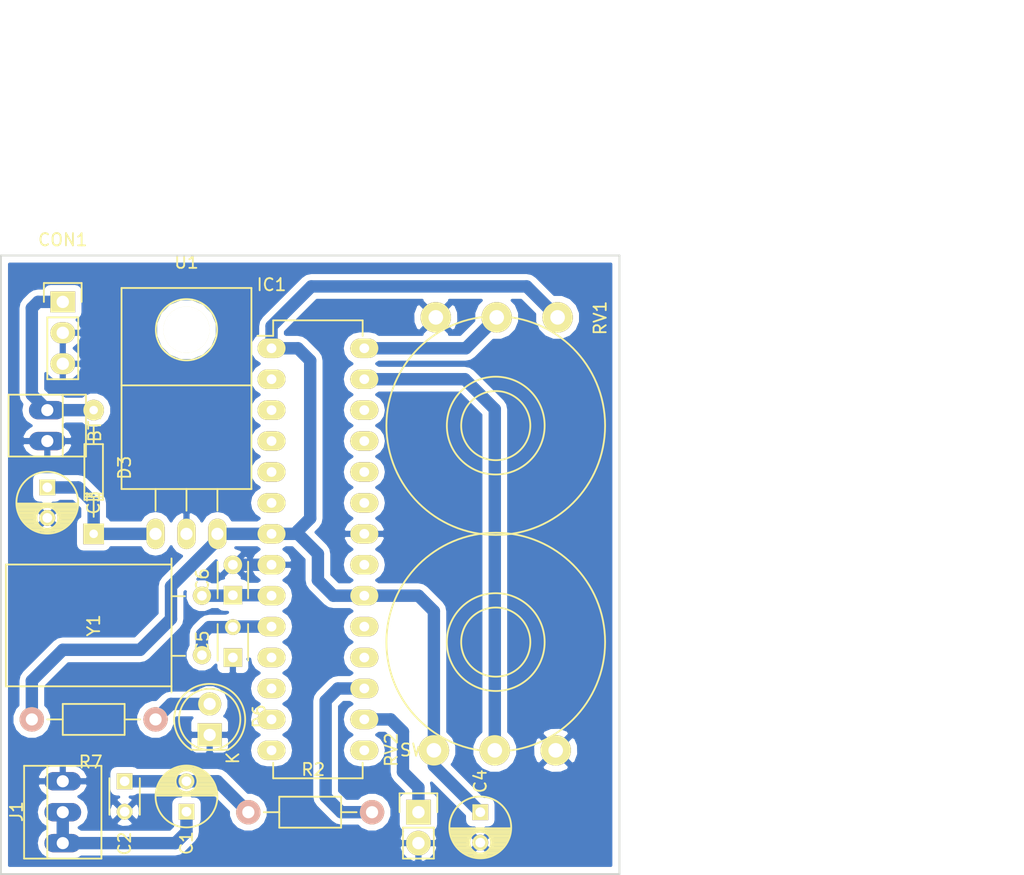
<source format=kicad_pcb>
(kicad_pcb (version 4) (host pcbnew 4.0.2+dfsg1-stable)

  (general
    (links 39)
    (no_connects 0)
    (area 195.504999 45.644999 246.455001 96.595001)
    (thickness 1.6)
    (drawings 6)
    (tracks 73)
    (zones 0)
    (modules 19)
    (nets 31)
  )

  (page A4)
  (layers
    (0 F.Cu signal)
    (31 B.Cu signal)
    (32 B.Adhes user)
    (33 F.Adhes user)
    (34 B.Paste user)
    (35 F.Paste user)
    (36 B.SilkS user)
    (37 F.SilkS user)
    (38 B.Mask user)
    (39 F.Mask user)
    (40 Dwgs.User user)
    (41 Cmts.User user)
    (42 Eco1.User user)
    (43 Eco2.User user)
    (44 Edge.Cuts user)
    (45 Margin user)
    (46 B.CrtYd user)
    (47 F.CrtYd user)
    (48 B.Fab user)
    (49 F.Fab user hide)
  )

  (setup
    (last_trace_width 1.016)
    (user_trace_width 1.016)
    (user_trace_width 1.524)
    (user_trace_width 2.032)
    (trace_clearance 0.2)
    (zone_clearance 0.508)
    (zone_45_only no)
    (trace_min 0.02)
    (segment_width 0.2)
    (edge_width 0.15)
    (via_size 0.6)
    (via_drill 0.4)
    (via_min_size 0.02)
    (via_min_drill 0.3)
    (uvia_size 0.3)
    (uvia_drill 0.1)
    (uvias_allowed no)
    (uvia_min_size 0)
    (uvia_min_drill 0)
    (pcb_text_width 0.3)
    (pcb_text_size 1.5 1.5)
    (mod_edge_width 0.15)
    (mod_text_size 1 1)
    (mod_text_width 0.15)
    (pad_size 1.524 1.524)
    (pad_drill 0.762)
    (pad_to_mask_clearance 0.2)
    (aux_axis_origin 0 0)
    (visible_elements FFFFFF7F)
    (pcbplotparams
      (layerselection 0x00040_00000000)
      (usegerberextensions false)
      (gerberprecision 5)
      (excludeedgelayer false)
      (linewidth 0.100000)
      (plotframeref false)
      (viasonmask false)
      (mode 1)
      (useauxorigin false)
      (hpglpennumber 1)
      (hpglpenspeed 20)
      (hpglpendiameter 15)
      (hpglpenoverlay 2)
      (psnegative false)
      (psa4output false)
      (plotreference true)
      (plotvalue true)
      (plotinvisibletext false)
      (padsonsilk true)
      (subtractmaskfromsilk false)
      (outputformat 4)
      (mirror false)
      (drillshape 0)
      (scaleselection 1)
      (outputdirectory ""))
  )

  (net 0 "")
  (net 1 /vin)
  (net 2 GND)
  (net 3 "Net-(C1-Pad1)")
  (net 4 "Net-(C2-Pad1)")
  (net 5 "Net-(C3-Pad1)")
  (net 6 VCC)
  (net 7 "Net-(D6-Pad2)")
  (net 8 "Net-(IC1-Pad2)")
  (net 9 "Net-(IC1-Pad3)")
  (net 10 "Net-(IC1-Pad4)")
  (net 11 "Net-(IC1-Pad5)")
  (net 12 "Net-(IC1-Pad6)")
  (net 13 "Net-(IC1-Pad11)")
  (net 14 "Net-(IC1-Pad12)")
  (net 15 "Net-(IC1-Pad13)")
  (net 16 "Net-(IC1-Pad14)")
  (net 17 "Net-(IC1-Pad15)")
  (net 18 "Net-(IC1-Pad16)")
  (net 19 "Net-(IC1-Pad17)")
  (net 20 "Net-(IC1-Pad18)")
  (net 21 "Net-(IC1-Pad19)")
  (net 22 "Net-(IC1-Pad21)")
  (net 23 /pattern)
  (net 24 /tempo)
  (net 25 /xtal1)
  (net 26 /xtal2)
  (net 27 "Net-(IC1-Pad23)")
  (net 28 "Net-(IC1-Pad24)")
  (net 29 "Net-(IC1-Pad25)")
  (net 30 "Net-(IC1-Pad26)")

  (net_class Default "This is the default net class."
    (clearance 0.2)
    (trace_width 1.016)
    (via_dia 0.6)
    (via_drill 0.4)
    (uvia_dia 0.3)
    (uvia_drill 0.1)
    (add_net /pattern)
    (add_net /tempo)
    (add_net /vin)
    (add_net /xtal1)
    (add_net /xtal2)
    (add_net GND)
    (add_net "Net-(C1-Pad1)")
    (add_net "Net-(C2-Pad1)")
    (add_net "Net-(C3-Pad1)")
    (add_net "Net-(D6-Pad2)")
    (add_net "Net-(IC1-Pad11)")
    (add_net "Net-(IC1-Pad12)")
    (add_net "Net-(IC1-Pad13)")
    (add_net "Net-(IC1-Pad14)")
    (add_net "Net-(IC1-Pad15)")
    (add_net "Net-(IC1-Pad16)")
    (add_net "Net-(IC1-Pad17)")
    (add_net "Net-(IC1-Pad18)")
    (add_net "Net-(IC1-Pad19)")
    (add_net "Net-(IC1-Pad2)")
    (add_net "Net-(IC1-Pad21)")
    (add_net "Net-(IC1-Pad23)")
    (add_net "Net-(IC1-Pad24)")
    (add_net "Net-(IC1-Pad25)")
    (add_net "Net-(IC1-Pad26)")
    (add_net "Net-(IC1-Pad3)")
    (add_net "Net-(IC1-Pad4)")
    (add_net "Net-(IC1-Pad5)")
    (add_net "Net-(IC1-Pad6)")
    (add_net VCC)
  )

  (module Drum:Potentiometer_Stand (layer F.Cu) (tedit 58BF3D53) (tstamp 58C8F9F9)
    (at 241.3 50.8 270)
    (descr "Potentiometer, Wire Pads only, RevA, 30 July 2010,")
    (tags "Potentiometer, Wire Pads only, RevA, 30 July 2010,")
    (path /58B83F17)
    (fp_text reference RV1 (at 0.0508 -3.49758 270) (layer F.SilkS)
      (effects (font (size 1 1) (thickness 0.15)))
    )
    (fp_text value 10k (at -1.34874 13.25118 270) (layer F.Fab)
      (effects (font (size 1 1) (thickness 0.15)))
    )
    (fp_circle (center 8.89 5.08) (end 10.16 8.89) (layer F.SilkS) (width 0.15))
    (fp_circle (center 8.89 5.08) (end 10.16 7.62) (layer F.SilkS) (width 0.15))
    (fp_circle (center 8.89 5.08) (end 15.24 11.43) (layer F.SilkS) (width 0.15))
    (pad 2 thru_hole circle (at 0 5.00126 270) (size 2.49936 2.49936) (drill 1.19888) (layers *.Cu *.Mask F.SilkS)
      (net 24 /tempo))
    (pad 3 thru_hole circle (at 0 10.00252 270) (size 2.49936 2.49936) (drill 1.19888) (layers *.Cu *.Mask F.SilkS)
      (net 2 GND))
    (pad 1 thru_hole circle (at 0 0 270) (size 2.49936 2.49936) (drill 1.19888) (layers *.Cu *.Mask F.SilkS)
      (net 6 VCC))
  )

  (module Capacitors_ThroughHole:C_Radial_D5_L6_P2.5 (layer F.Cu) (tedit 0) (tstamp 58CC92A4)
    (at 234.95 91.44 270)
    (descr "Radial Electrolytic Capacitor Diameter 5mm x Length 6mm, Pitch 2.5mm")
    (tags "Electrolytic Capacitor")
    (path /58B8447E)
    (fp_text reference C4 (at -2.54 0 270) (layer F.SilkS)
      (effects (font (size 1 1) (thickness 0.15)))
    )
    (fp_text value 10uF (at 1.25 3.8 270) (layer F.Fab)
      (effects (font (size 1 1) (thickness 0.15)))
    )
    (fp_line (start 1.325 -2.499) (end 1.325 2.499) (layer F.SilkS) (width 0.15))
    (fp_line (start 1.465 -2.491) (end 1.465 2.491) (layer F.SilkS) (width 0.15))
    (fp_line (start 1.605 -2.475) (end 1.605 -0.095) (layer F.SilkS) (width 0.15))
    (fp_line (start 1.605 0.095) (end 1.605 2.475) (layer F.SilkS) (width 0.15))
    (fp_line (start 1.745 -2.451) (end 1.745 -0.49) (layer F.SilkS) (width 0.15))
    (fp_line (start 1.745 0.49) (end 1.745 2.451) (layer F.SilkS) (width 0.15))
    (fp_line (start 1.885 -2.418) (end 1.885 -0.657) (layer F.SilkS) (width 0.15))
    (fp_line (start 1.885 0.657) (end 1.885 2.418) (layer F.SilkS) (width 0.15))
    (fp_line (start 2.025 -2.377) (end 2.025 -0.764) (layer F.SilkS) (width 0.15))
    (fp_line (start 2.025 0.764) (end 2.025 2.377) (layer F.SilkS) (width 0.15))
    (fp_line (start 2.165 -2.327) (end 2.165 -0.835) (layer F.SilkS) (width 0.15))
    (fp_line (start 2.165 0.835) (end 2.165 2.327) (layer F.SilkS) (width 0.15))
    (fp_line (start 2.305 -2.266) (end 2.305 -0.879) (layer F.SilkS) (width 0.15))
    (fp_line (start 2.305 0.879) (end 2.305 2.266) (layer F.SilkS) (width 0.15))
    (fp_line (start 2.445 -2.196) (end 2.445 -0.898) (layer F.SilkS) (width 0.15))
    (fp_line (start 2.445 0.898) (end 2.445 2.196) (layer F.SilkS) (width 0.15))
    (fp_line (start 2.585 -2.114) (end 2.585 -0.896) (layer F.SilkS) (width 0.15))
    (fp_line (start 2.585 0.896) (end 2.585 2.114) (layer F.SilkS) (width 0.15))
    (fp_line (start 2.725 -2.019) (end 2.725 -0.871) (layer F.SilkS) (width 0.15))
    (fp_line (start 2.725 0.871) (end 2.725 2.019) (layer F.SilkS) (width 0.15))
    (fp_line (start 2.865 -1.908) (end 2.865 -0.823) (layer F.SilkS) (width 0.15))
    (fp_line (start 2.865 0.823) (end 2.865 1.908) (layer F.SilkS) (width 0.15))
    (fp_line (start 3.005 -1.78) (end 3.005 -0.745) (layer F.SilkS) (width 0.15))
    (fp_line (start 3.005 0.745) (end 3.005 1.78) (layer F.SilkS) (width 0.15))
    (fp_line (start 3.145 -1.631) (end 3.145 -0.628) (layer F.SilkS) (width 0.15))
    (fp_line (start 3.145 0.628) (end 3.145 1.631) (layer F.SilkS) (width 0.15))
    (fp_line (start 3.285 -1.452) (end 3.285 -0.44) (layer F.SilkS) (width 0.15))
    (fp_line (start 3.285 0.44) (end 3.285 1.452) (layer F.SilkS) (width 0.15))
    (fp_line (start 3.425 -1.233) (end 3.425 1.233) (layer F.SilkS) (width 0.15))
    (fp_line (start 3.565 -0.944) (end 3.565 0.944) (layer F.SilkS) (width 0.15))
    (fp_line (start 3.705 -0.472) (end 3.705 0.472) (layer F.SilkS) (width 0.15))
    (fp_circle (center 2.5 0) (end 2.5 -0.9) (layer F.SilkS) (width 0.15))
    (fp_circle (center 1.25 0) (end 1.25 -2.5375) (layer F.SilkS) (width 0.15))
    (fp_circle (center 1.25 0) (end 1.25 -2.8) (layer F.CrtYd) (width 0.05))
    (pad 1 thru_hole rect (at 0 0 270) (size 1.3 1.3) (drill 0.8) (layers *.Cu *.Mask F.SilkS)
      (net 6 VCC))
    (pad 2 thru_hole circle (at 2.5 0 270) (size 1.3 1.3) (drill 0.8) (layers *.Cu *.Mask F.SilkS)
      (net 2 GND))
    (model Capacitors_ThroughHole.3dshapes/C_Radial_D5_L6_P2.5.wrl
      (at (xyz 0.0492126 0 0))
      (scale (xyz 1 1 1))
      (rotate (xyz 0 0 90))
    )
  )

  (module Capacitors_ThroughHole:C_Radial_D5_L6_P2.5 (layer F.Cu) (tedit 0) (tstamp 58CC927D)
    (at 199.39 64.77 270)
    (descr "Radial Electrolytic Capacitor Diameter 5mm x Length 6mm, Pitch 2.5mm")
    (tags "Electrolytic Capacitor")
    (path /58B843DD)
    (fp_text reference C3 (at 1.25 -3.8 270) (layer F.SilkS)
      (effects (font (size 1 1) (thickness 0.15)))
    )
    (fp_text value 10uF (at 1.25 3.8 270) (layer F.Fab)
      (effects (font (size 1 1) (thickness 0.15)))
    )
    (fp_line (start 1.325 -2.499) (end 1.325 2.499) (layer F.SilkS) (width 0.15))
    (fp_line (start 1.465 -2.491) (end 1.465 2.491) (layer F.SilkS) (width 0.15))
    (fp_line (start 1.605 -2.475) (end 1.605 -0.095) (layer F.SilkS) (width 0.15))
    (fp_line (start 1.605 0.095) (end 1.605 2.475) (layer F.SilkS) (width 0.15))
    (fp_line (start 1.745 -2.451) (end 1.745 -0.49) (layer F.SilkS) (width 0.15))
    (fp_line (start 1.745 0.49) (end 1.745 2.451) (layer F.SilkS) (width 0.15))
    (fp_line (start 1.885 -2.418) (end 1.885 -0.657) (layer F.SilkS) (width 0.15))
    (fp_line (start 1.885 0.657) (end 1.885 2.418) (layer F.SilkS) (width 0.15))
    (fp_line (start 2.025 -2.377) (end 2.025 -0.764) (layer F.SilkS) (width 0.15))
    (fp_line (start 2.025 0.764) (end 2.025 2.377) (layer F.SilkS) (width 0.15))
    (fp_line (start 2.165 -2.327) (end 2.165 -0.835) (layer F.SilkS) (width 0.15))
    (fp_line (start 2.165 0.835) (end 2.165 2.327) (layer F.SilkS) (width 0.15))
    (fp_line (start 2.305 -2.266) (end 2.305 -0.879) (layer F.SilkS) (width 0.15))
    (fp_line (start 2.305 0.879) (end 2.305 2.266) (layer F.SilkS) (width 0.15))
    (fp_line (start 2.445 -2.196) (end 2.445 -0.898) (layer F.SilkS) (width 0.15))
    (fp_line (start 2.445 0.898) (end 2.445 2.196) (layer F.SilkS) (width 0.15))
    (fp_line (start 2.585 -2.114) (end 2.585 -0.896) (layer F.SilkS) (width 0.15))
    (fp_line (start 2.585 0.896) (end 2.585 2.114) (layer F.SilkS) (width 0.15))
    (fp_line (start 2.725 -2.019) (end 2.725 -0.871) (layer F.SilkS) (width 0.15))
    (fp_line (start 2.725 0.871) (end 2.725 2.019) (layer F.SilkS) (width 0.15))
    (fp_line (start 2.865 -1.908) (end 2.865 -0.823) (layer F.SilkS) (width 0.15))
    (fp_line (start 2.865 0.823) (end 2.865 1.908) (layer F.SilkS) (width 0.15))
    (fp_line (start 3.005 -1.78) (end 3.005 -0.745) (layer F.SilkS) (width 0.15))
    (fp_line (start 3.005 0.745) (end 3.005 1.78) (layer F.SilkS) (width 0.15))
    (fp_line (start 3.145 -1.631) (end 3.145 -0.628) (layer F.SilkS) (width 0.15))
    (fp_line (start 3.145 0.628) (end 3.145 1.631) (layer F.SilkS) (width 0.15))
    (fp_line (start 3.285 -1.452) (end 3.285 -0.44) (layer F.SilkS) (width 0.15))
    (fp_line (start 3.285 0.44) (end 3.285 1.452) (layer F.SilkS) (width 0.15))
    (fp_line (start 3.425 -1.233) (end 3.425 1.233) (layer F.SilkS) (width 0.15))
    (fp_line (start 3.565 -0.944) (end 3.565 0.944) (layer F.SilkS) (width 0.15))
    (fp_line (start 3.705 -0.472) (end 3.705 0.472) (layer F.SilkS) (width 0.15))
    (fp_circle (center 2.5 0) (end 2.5 -0.9) (layer F.SilkS) (width 0.15))
    (fp_circle (center 1.25 0) (end 1.25 -2.5375) (layer F.SilkS) (width 0.15))
    (fp_circle (center 1.25 0) (end 1.25 -2.8) (layer F.CrtYd) (width 0.05))
    (pad 1 thru_hole rect (at 0 0 270) (size 1.3 1.3) (drill 0.8) (layers *.Cu *.Mask F.SilkS)
      (net 5 "Net-(C3-Pad1)"))
    (pad 2 thru_hole circle (at 2.5 0 270) (size 1.3 1.3) (drill 0.8) (layers *.Cu *.Mask F.SilkS)
      (net 2 GND))
    (model Capacitors_ThroughHole.3dshapes/C_Radial_D5_L6_P2.5.wrl
      (at (xyz 0.0492126 0 0))
      (scale (xyz 1 1 1))
      (rotate (xyz 0 0 90))
    )
  )

  (module Capacitors_ThroughHole:C_Radial_D5_L6_P2.5 (layer F.Cu) (tedit 0) (tstamp 58CC9256)
    (at 210.82 91.4 90)
    (descr "Radial Electrolytic Capacitor Diameter 5mm x Length 6mm, Pitch 2.5mm")
    (tags "Electrolytic Capacitor")
    (path /58B83DE3)
    (fp_text reference C2 (at -2.62 -5.08 90) (layer F.SilkS)
      (effects (font (size 1 1) (thickness 0.15)))
    )
    (fp_text value 10uF (at 1.25 3.8 90) (layer F.Fab)
      (effects (font (size 1 1) (thickness 0.15)))
    )
    (fp_line (start 1.325 -2.499) (end 1.325 2.499) (layer F.SilkS) (width 0.15))
    (fp_line (start 1.465 -2.491) (end 1.465 2.491) (layer F.SilkS) (width 0.15))
    (fp_line (start 1.605 -2.475) (end 1.605 -0.095) (layer F.SilkS) (width 0.15))
    (fp_line (start 1.605 0.095) (end 1.605 2.475) (layer F.SilkS) (width 0.15))
    (fp_line (start 1.745 -2.451) (end 1.745 -0.49) (layer F.SilkS) (width 0.15))
    (fp_line (start 1.745 0.49) (end 1.745 2.451) (layer F.SilkS) (width 0.15))
    (fp_line (start 1.885 -2.418) (end 1.885 -0.657) (layer F.SilkS) (width 0.15))
    (fp_line (start 1.885 0.657) (end 1.885 2.418) (layer F.SilkS) (width 0.15))
    (fp_line (start 2.025 -2.377) (end 2.025 -0.764) (layer F.SilkS) (width 0.15))
    (fp_line (start 2.025 0.764) (end 2.025 2.377) (layer F.SilkS) (width 0.15))
    (fp_line (start 2.165 -2.327) (end 2.165 -0.835) (layer F.SilkS) (width 0.15))
    (fp_line (start 2.165 0.835) (end 2.165 2.327) (layer F.SilkS) (width 0.15))
    (fp_line (start 2.305 -2.266) (end 2.305 -0.879) (layer F.SilkS) (width 0.15))
    (fp_line (start 2.305 0.879) (end 2.305 2.266) (layer F.SilkS) (width 0.15))
    (fp_line (start 2.445 -2.196) (end 2.445 -0.898) (layer F.SilkS) (width 0.15))
    (fp_line (start 2.445 0.898) (end 2.445 2.196) (layer F.SilkS) (width 0.15))
    (fp_line (start 2.585 -2.114) (end 2.585 -0.896) (layer F.SilkS) (width 0.15))
    (fp_line (start 2.585 0.896) (end 2.585 2.114) (layer F.SilkS) (width 0.15))
    (fp_line (start 2.725 -2.019) (end 2.725 -0.871) (layer F.SilkS) (width 0.15))
    (fp_line (start 2.725 0.871) (end 2.725 2.019) (layer F.SilkS) (width 0.15))
    (fp_line (start 2.865 -1.908) (end 2.865 -0.823) (layer F.SilkS) (width 0.15))
    (fp_line (start 2.865 0.823) (end 2.865 1.908) (layer F.SilkS) (width 0.15))
    (fp_line (start 3.005 -1.78) (end 3.005 -0.745) (layer F.SilkS) (width 0.15))
    (fp_line (start 3.005 0.745) (end 3.005 1.78) (layer F.SilkS) (width 0.15))
    (fp_line (start 3.145 -1.631) (end 3.145 -0.628) (layer F.SilkS) (width 0.15))
    (fp_line (start 3.145 0.628) (end 3.145 1.631) (layer F.SilkS) (width 0.15))
    (fp_line (start 3.285 -1.452) (end 3.285 -0.44) (layer F.SilkS) (width 0.15))
    (fp_line (start 3.285 0.44) (end 3.285 1.452) (layer F.SilkS) (width 0.15))
    (fp_line (start 3.425 -1.233) (end 3.425 1.233) (layer F.SilkS) (width 0.15))
    (fp_line (start 3.565 -0.944) (end 3.565 0.944) (layer F.SilkS) (width 0.15))
    (fp_line (start 3.705 -0.472) (end 3.705 0.472) (layer F.SilkS) (width 0.15))
    (fp_circle (center 2.5 0) (end 2.5 -0.9) (layer F.SilkS) (width 0.15))
    (fp_circle (center 1.25 0) (end 1.25 -2.5375) (layer F.SilkS) (width 0.15))
    (fp_circle (center 1.25 0) (end 1.25 -2.8) (layer F.CrtYd) (width 0.05))
    (pad 1 thru_hole rect (at 0 0 90) (size 1.3 1.3) (drill 0.8) (layers *.Cu *.Mask F.SilkS)
      (net 4 "Net-(C2-Pad1)"))
    (pad 2 thru_hole circle (at 2.5 0 90) (size 1.3 1.3) (drill 0.8) (layers *.Cu *.Mask F.SilkS)
      (net 3 "Net-(C1-Pad1)"))
    (model Capacitors_ThroughHole.3dshapes/C_Radial_D5_L6_P2.5.wrl
      (at (xyz 0.0492126 0 0))
      (scale (xyz 1 1 1))
      (rotate (xyz 0 0 90))
    )
  )

  (module Capacitors_ThroughHole:C_Disc_D3_P2.5 (layer F.Cu) (tedit 58BF2C9F) (tstamp 58CAE783)
    (at 214.63 73.62 90)
    (descr "Capacitor 3mm Disc, Pitch 2.5mm")
    (tags Capacitor)
    (path /58B8F632)
    (fp_text reference C6 (at 1.25 -2.5 90) (layer F.SilkS)
      (effects (font (size 1 1) (thickness 0.15)))
    )
    (fp_text value 22pF (at 1.25 2.5 90) (layer F.Fab)
      (effects (font (size 1 1) (thickness 0.15)))
    )
    (fp_line (start -0.9 -1.5) (end 3.4 -1.5) (layer F.CrtYd) (width 0.05))
    (fp_line (start 3.4 -1.5) (end 3.4 1.5) (layer F.CrtYd) (width 0.05))
    (fp_line (start 3.4 1.5) (end -0.9 1.5) (layer F.CrtYd) (width 0.05))
    (fp_line (start -0.9 1.5) (end -0.9 -1.5) (layer F.CrtYd) (width 0.05))
    (fp_line (start -0.25 -1.25) (end 2.75 -1.25) (layer F.SilkS) (width 0.15))
    (fp_line (start 2.75 1.25) (end -0.25 1.25) (layer F.SilkS) (width 0.15))
    (pad 1 thru_hole rect (at 0 0 90) (size 1.524 1.524) (drill 0.8) (layers *.Cu *.Mask F.SilkS)
      (net 26 /xtal2))
    (pad 2 thru_hole circle (at 2.5 0 90) (size 1.524 1.524) (drill 0.8001) (layers *.Cu *.Mask F.SilkS)
      (net 2 GND))
    (model Capacitors_ThroughHole.3dshapes/C_Disc_D3_P2.5.wrl
      (at (xyz 0.0492126 0 0))
      (scale (xyz 1 1 1))
      (rotate (xyz 0 0 0))
    )
  )

  (module Capacitors_ThroughHole:C_Disc_D3_P2.5 (layer F.Cu) (tedit 58BF2CB5) (tstamp 58CAE777)
    (at 214.63 78.74 90)
    (descr "Capacitor 3mm Disc, Pitch 2.5mm")
    (tags Capacitor)
    (path /58B8F490)
    (fp_text reference C5 (at 1.25 -2.5 90) (layer F.SilkS)
      (effects (font (size 1 1) (thickness 0.15)))
    )
    (fp_text value 22pF (at 1.25 2.5 90) (layer F.Fab)
      (effects (font (size 1 1) (thickness 0.15)))
    )
    (fp_line (start -0.9 -1.5) (end 3.4 -1.5) (layer F.CrtYd) (width 0.05))
    (fp_line (start 3.4 -1.5) (end 3.4 1.5) (layer F.CrtYd) (width 0.05))
    (fp_line (start 3.4 1.5) (end -0.9 1.5) (layer F.CrtYd) (width 0.05))
    (fp_line (start -0.9 1.5) (end -0.9 -1.5) (layer F.CrtYd) (width 0.05))
    (fp_line (start -0.25 -1.25) (end 2.75 -1.25) (layer F.SilkS) (width 0.15))
    (fp_line (start 2.75 1.25) (end -0.25 1.25) (layer F.SilkS) (width 0.15))
    (pad 1 thru_hole rect (at 0 0 90) (size 1.524 1.524) (drill 0.8) (layers *.Cu *.Mask F.SilkS)
      (net 2 GND))
    (pad 2 thru_hole circle (at 2.5 0 90) (size 1.3 1.3) (drill 0.8001) (layers *.Cu *.Mask F.SilkS)
      (net 25 /xtal1))
    (model Capacitors_ThroughHole.3dshapes/C_Disc_D3_P2.5.wrl
      (at (xyz 0.0492126 0 0))
      (scale (xyz 1 1 1))
      (rotate (xyz 0 0 0))
    )
  )

  (module Resistors_ThroughHole:Resistor_Horizontal_RM10mm (layer F.Cu) (tedit 56648415) (tstamp 58C8F9DF)
    (at 208.28 83.82 180)
    (descr "Resistor, Axial,  RM 10mm, 1/3W")
    (tags "Resistor Axial RM 10mm 1/3W")
    (path /58B846FC)
    (fp_text reference R7 (at 5.32892 -3.50012 180) (layer F.SilkS)
      (effects (font (size 1 1) (thickness 0.15)))
    )
    (fp_text value 220 (at 5.08 3.81 180) (layer F.Fab)
      (effects (font (size 1 1) (thickness 0.15)))
    )
    (fp_line (start -1.25 -1.5) (end 11.4 -1.5) (layer F.CrtYd) (width 0.05))
    (fp_line (start -1.25 1.5) (end -1.25 -1.5) (layer F.CrtYd) (width 0.05))
    (fp_line (start 11.4 -1.5) (end 11.4 1.5) (layer F.CrtYd) (width 0.05))
    (fp_line (start -1.25 1.5) (end 11.4 1.5) (layer F.CrtYd) (width 0.05))
    (fp_line (start 2.54 -1.27) (end 7.62 -1.27) (layer F.SilkS) (width 0.15))
    (fp_line (start 7.62 -1.27) (end 7.62 1.27) (layer F.SilkS) (width 0.15))
    (fp_line (start 7.62 1.27) (end 2.54 1.27) (layer F.SilkS) (width 0.15))
    (fp_line (start 2.54 1.27) (end 2.54 -1.27) (layer F.SilkS) (width 0.15))
    (fp_line (start 2.54 0) (end 1.27 0) (layer F.SilkS) (width 0.15))
    (fp_line (start 7.62 0) (end 8.89 0) (layer F.SilkS) (width 0.15))
    (pad 1 thru_hole circle (at 0 0 180) (size 1.99898 1.99898) (drill 1.00076) (layers *.Cu *.SilkS *.Mask)
      (net 7 "Net-(D6-Pad2)"))
    (pad 2 thru_hole circle (at 10.16 0 180) (size 1.99898 1.99898) (drill 1.00076) (layers *.Cu *.SilkS *.Mask)
      (net 6 VCC))
    (model Resistors_ThroughHole.3dshapes/Resistor_Horizontal_RM10mm.wrl
      (at (xyz 0 0 0))
      (scale (xyz 0.4 0.4 0.4))
      (rotate (xyz 0 0 0))
    )
  )

  (module Resistors_ThroughHole:Resistor_Horizontal_RM10mm (layer F.Cu) (tedit 56648415) (tstamp 58C8F98F)
    (at 215.9 91.44)
    (descr "Resistor, Axial,  RM 10mm, 1/3W")
    (tags "Resistor Axial RM 10mm 1/3W")
    (path /58B83D65)
    (fp_text reference R2 (at 5.32892 -3.50012) (layer F.SilkS)
      (effects (font (size 1 1) (thickness 0.15)))
    )
    (fp_text value 1k (at 5.08 3.81) (layer F.Fab)
      (effects (font (size 1 1) (thickness 0.15)))
    )
    (fp_line (start -1.25 -1.5) (end 11.4 -1.5) (layer F.CrtYd) (width 0.05))
    (fp_line (start -1.25 1.5) (end -1.25 -1.5) (layer F.CrtYd) (width 0.05))
    (fp_line (start 11.4 -1.5) (end 11.4 1.5) (layer F.CrtYd) (width 0.05))
    (fp_line (start -1.25 1.5) (end 11.4 1.5) (layer F.CrtYd) (width 0.05))
    (fp_line (start 2.54 -1.27) (end 7.62 -1.27) (layer F.SilkS) (width 0.15))
    (fp_line (start 7.62 -1.27) (end 7.62 1.27) (layer F.SilkS) (width 0.15))
    (fp_line (start 7.62 1.27) (end 2.54 1.27) (layer F.SilkS) (width 0.15))
    (fp_line (start 2.54 1.27) (end 2.54 -1.27) (layer F.SilkS) (width 0.15))
    (fp_line (start 2.54 0) (end 1.27 0) (layer F.SilkS) (width 0.15))
    (fp_line (start 7.62 0) (end 8.89 0) (layer F.SilkS) (width 0.15))
    (pad 1 thru_hole circle (at 0 0) (size 1.99898 1.99898) (drill 1.00076) (layers *.Cu *.SilkS *.Mask)
      (net 3 "Net-(C1-Pad1)"))
    (pad 2 thru_hole circle (at 10.16 0) (size 1.99898 1.99898) (drill 1.00076) (layers *.Cu *.SilkS *.Mask)
      (net 19 "Net-(IC1-Pad17)"))
    (model Resistors_ThroughHole.3dshapes/Resistor_Horizontal_RM10mm.wrl
      (at (xyz 0 0 0))
      (scale (xyz 0.4 0.4 0.4))
      (rotate (xyz 0 0 0))
    )
  )

  (module Connect:PINHEAD1-3 (layer F.Cu) (tedit 0) (tstamp 58C8F96F)
    (at 200.66 91.44 90)
    (path /58B83E5E)
    (attr virtual)
    (fp_text reference J1 (at 0.05 -3.8 90) (layer F.SilkS)
      (effects (font (size 1 1) (thickness 0.15)))
    )
    (fp_text value JACK_2P (at 0 3.81 90) (layer F.Fab)
      (effects (font (size 1 1) (thickness 0.15)))
    )
    (fp_line (start -3.81 -3.175) (end -3.81 3.175) (layer F.SilkS) (width 0.15))
    (fp_line (start 3.81 -3.175) (end 3.81 3.175) (layer F.SilkS) (width 0.15))
    (fp_line (start 3.81 -1.27) (end -3.81 -1.27) (layer F.SilkS) (width 0.15))
    (fp_line (start -3.81 -3.175) (end 3.81 -3.175) (layer F.SilkS) (width 0.15))
    (fp_line (start 3.81 3.175) (end -3.81 3.175) (layer F.SilkS) (width 0.15))
    (pad 1 thru_hole oval (at -2.54 0 90) (size 1.50622 3.01498) (drill 0.99822) (layers *.Cu *.Mask)
      (net 4 "Net-(C2-Pad1)"))
    (pad 2 thru_hole oval (at 0 0 90) (size 1.50622 3.01498) (drill 0.99822) (layers *.Cu *.Mask)
      (net 4 "Net-(C2-Pad1)"))
    (pad 3 thru_hole oval (at 2.54 0 90) (size 1.50622 3.01498) (drill 0.99822) (layers *.Cu *.Mask)
      (net 2 GND))
  )

  (module Housings_DIP:DIP-28_W7.62mm_LongPads (layer F.Cu) (tedit 54130A77) (tstamp 58C8F963)
    (at 217.805 53.34)
    (descr "28-lead dip package, row spacing 7.62 mm (300 mils), longer pads")
    (tags "dil dip 2.54 300")
    (path /58B83C1F)
    (fp_text reference IC1 (at 0 -5.22) (layer F.SilkS)
      (effects (font (size 1 1) (thickness 0.15)))
    )
    (fp_text value ATMEGA328-P (at 0 -3.72) (layer F.Fab)
      (effects (font (size 1 1) (thickness 0.15)))
    )
    (fp_line (start -1.4 -2.45) (end -1.4 35.5) (layer F.CrtYd) (width 0.05))
    (fp_line (start 9 -2.45) (end 9 35.5) (layer F.CrtYd) (width 0.05))
    (fp_line (start -1.4 -2.45) (end 9 -2.45) (layer F.CrtYd) (width 0.05))
    (fp_line (start -1.4 35.5) (end 9 35.5) (layer F.CrtYd) (width 0.05))
    (fp_line (start 0.135 -2.295) (end 0.135 -1.025) (layer F.SilkS) (width 0.15))
    (fp_line (start 7.485 -2.295) (end 7.485 -1.025) (layer F.SilkS) (width 0.15))
    (fp_line (start 7.485 35.315) (end 7.485 34.045) (layer F.SilkS) (width 0.15))
    (fp_line (start 0.135 35.315) (end 0.135 34.045) (layer F.SilkS) (width 0.15))
    (fp_line (start 0.135 -2.295) (end 7.485 -2.295) (layer F.SilkS) (width 0.15))
    (fp_line (start 0.135 35.315) (end 7.485 35.315) (layer F.SilkS) (width 0.15))
    (fp_line (start 0.135 -1.025) (end -1.15 -1.025) (layer F.SilkS) (width 0.15))
    (pad 1 thru_hole oval (at 0 0) (size 2.3 1.6) (drill 0.8) (layers *.Cu *.Mask F.SilkS)
      (net 6 VCC))
    (pad 2 thru_hole oval (at 0 2.54) (size 2.3 1.6) (drill 0.8) (layers *.Cu *.Mask F.SilkS)
      (net 8 "Net-(IC1-Pad2)"))
    (pad 3 thru_hole oval (at 0 5.08) (size 2.3 1.6) (drill 0.8) (layers *.Cu *.Mask F.SilkS)
      (net 9 "Net-(IC1-Pad3)"))
    (pad 4 thru_hole oval (at 0 7.62) (size 2.3 1.6) (drill 0.8) (layers *.Cu *.Mask F.SilkS)
      (net 10 "Net-(IC1-Pad4)"))
    (pad 5 thru_hole oval (at 0 10.16) (size 2.3 1.6) (drill 0.8) (layers *.Cu *.Mask F.SilkS)
      (net 11 "Net-(IC1-Pad5)"))
    (pad 6 thru_hole oval (at 0 12.7) (size 2.3 1.6) (drill 0.8) (layers *.Cu *.Mask F.SilkS)
      (net 12 "Net-(IC1-Pad6)"))
    (pad 7 thru_hole oval (at 0 15.24) (size 2.3 1.6) (drill 0.8) (layers *.Cu *.Mask F.SilkS)
      (net 6 VCC))
    (pad 8 thru_hole oval (at 0 17.78) (size 2.3 1.6) (drill 0.8) (layers *.Cu *.Mask F.SilkS)
      (net 2 GND))
    (pad 9 thru_hole oval (at 0 20.32) (size 2.3 1.6) (drill 0.8) (layers *.Cu *.Mask F.SilkS)
      (net 26 /xtal2))
    (pad 10 thru_hole oval (at 0 22.86) (size 2.3 1.6) (drill 0.8) (layers *.Cu *.Mask F.SilkS)
      (net 25 /xtal1))
    (pad 11 thru_hole oval (at 0 25.4) (size 2.3 1.6) (drill 0.8) (layers *.Cu *.Mask F.SilkS)
      (net 13 "Net-(IC1-Pad11)"))
    (pad 12 thru_hole oval (at 0 27.94) (size 2.3 1.6) (drill 0.8) (layers *.Cu *.Mask F.SilkS)
      (net 14 "Net-(IC1-Pad12)"))
    (pad 13 thru_hole oval (at 0 30.48) (size 2.3 1.6) (drill 0.8) (layers *.Cu *.Mask F.SilkS)
      (net 15 "Net-(IC1-Pad13)"))
    (pad 14 thru_hole oval (at 0 33.02) (size 2.3 1.6) (drill 0.8) (layers *.Cu *.Mask F.SilkS)
      (net 16 "Net-(IC1-Pad14)"))
    (pad 15 thru_hole oval (at 7.62 33.02) (size 2.3 1.6) (drill 0.8) (layers *.Cu *.Mask F.SilkS)
      (net 17 "Net-(IC1-Pad15)"))
    (pad 16 thru_hole oval (at 7.62 30.48) (size 2.3 1.6) (drill 0.8) (layers *.Cu *.Mask F.SilkS)
      (net 18 "Net-(IC1-Pad16)"))
    (pad 17 thru_hole oval (at 7.62 27.94) (size 2.3 1.6) (drill 0.8) (layers *.Cu *.Mask F.SilkS)
      (net 19 "Net-(IC1-Pad17)"))
    (pad 18 thru_hole oval (at 7.62 25.4) (size 2.3 1.6) (drill 0.8) (layers *.Cu *.Mask F.SilkS)
      (net 20 "Net-(IC1-Pad18)"))
    (pad 19 thru_hole oval (at 7.62 22.86) (size 2.3 1.6) (drill 0.8) (layers *.Cu *.Mask F.SilkS)
      (net 21 "Net-(IC1-Pad19)"))
    (pad 20 thru_hole oval (at 7.62 20.32) (size 2.3 1.6) (drill 0.8) (layers *.Cu *.Mask F.SilkS)
      (net 6 VCC))
    (pad 21 thru_hole oval (at 7.62 17.78) (size 2.3 1.6) (drill 0.8) (layers *.Cu *.Mask F.SilkS)
      (net 22 "Net-(IC1-Pad21)"))
    (pad 22 thru_hole oval (at 7.62 15.24) (size 2.3 1.6) (drill 0.8) (layers *.Cu *.Mask F.SilkS)
      (net 2 GND))
    (pad 23 thru_hole oval (at 7.62 12.7) (size 2.3 1.6) (drill 0.8) (layers *.Cu *.Mask F.SilkS)
      (net 27 "Net-(IC1-Pad23)"))
    (pad 24 thru_hole oval (at 7.62 10.16) (size 2.3 1.6) (drill 0.8) (layers *.Cu *.Mask F.SilkS)
      (net 28 "Net-(IC1-Pad24)"))
    (pad 25 thru_hole oval (at 7.62 7.62) (size 2.3 1.6) (drill 0.8) (layers *.Cu *.Mask F.SilkS)
      (net 29 "Net-(IC1-Pad25)"))
    (pad 26 thru_hole oval (at 7.62 5.08) (size 2.3 1.6) (drill 0.8) (layers *.Cu *.Mask F.SilkS)
      (net 30 "Net-(IC1-Pad26)"))
    (pad 27 thru_hole oval (at 7.62 2.54) (size 2.3 1.6) (drill 0.8) (layers *.Cu *.Mask F.SilkS)
      (net 23 /pattern))
    (pad 28 thru_hole oval (at 7.62 0) (size 2.3 1.6) (drill 0.8) (layers *.Cu *.Mask F.SilkS)
      (net 24 /tempo))
    (model Housings_DIP.3dshapes/DIP-28_W7.62mm_LongPads.wrl
      (at (xyz 0 0 0))
      (scale (xyz 1 1 1))
      (rotate (xyz 0 0 0))
    )
  )

  (module LEDs:LED-5MM (layer F.Cu) (tedit 5570F7EA) (tstamp 58C8F938)
    (at 212.725 85.09 90)
    (descr "LED 5mm round vertical")
    (tags "LED 5mm round vertical")
    (path /58B84755)
    (fp_text reference D6 (at 1.524 4.064 90) (layer F.SilkS)
      (effects (font (size 1 1) (thickness 0.15)))
    )
    (fp_text value LED (at 1.524 -3.937 90) (layer F.Fab)
      (effects (font (size 1 1) (thickness 0.15)))
    )
    (fp_line (start -1.5 -1.55) (end -1.5 1.55) (layer F.CrtYd) (width 0.05))
    (fp_arc (start 1.3 0) (end -1.5 1.55) (angle -302) (layer F.CrtYd) (width 0.05))
    (fp_arc (start 1.27 0) (end -1.23 -1.5) (angle 297.5) (layer F.SilkS) (width 0.15))
    (fp_line (start -1.23 1.5) (end -1.23 -1.5) (layer F.SilkS) (width 0.15))
    (fp_circle (center 1.27 0) (end 0.97 -2.5) (layer F.SilkS) (width 0.15))
    (fp_text user K (at -1.905 1.905 90) (layer F.SilkS)
      (effects (font (size 1 1) (thickness 0.15)))
    )
    (pad 1 thru_hole rect (at 0 0 180) (size 2 1.9) (drill 1.00076) (layers *.Cu *.Mask F.SilkS)
      (net 2 GND))
    (pad 2 thru_hole circle (at 2.54 0 90) (size 1.9 1.9) (drill 1.00076) (layers *.Cu *.Mask F.SilkS)
      (net 7 "Net-(D6-Pad2)"))
    (model LEDs.3dshapes/LED-5MM.wrl
      (at (xyz 0.05 0 0))
      (scale (xyz 1 1 1))
      (rotate (xyz 0 0 90))
    )
  )

  (module Diodes_ThroughHole:Diode_DO-35_SOD27_Horizontal_RM10 (layer F.Cu) (tedit 552FFC30) (tstamp 58C8F914)
    (at 203.2 68.58 90)
    (descr "Diode, DO-35,  SOD27, Horizontal, RM 10mm")
    (tags "Diode, DO-35, SOD27, Horizontal, RM 10mm, 1N4148,")
    (path /58B8422B)
    (fp_text reference D3 (at 5.43052 2.53746 90) (layer F.SilkS)
      (effects (font (size 1 1) (thickness 0.15)))
    )
    (fp_text value 1N4001 (at 4.41452 -3.55854 90) (layer F.Fab)
      (effects (font (size 1 1) (thickness 0.15)))
    )
    (fp_line (start 7.36652 -0.00254) (end 8.76352 -0.00254) (layer F.SilkS) (width 0.15))
    (fp_line (start 2.92152 -0.00254) (end 1.39752 -0.00254) (layer F.SilkS) (width 0.15))
    (fp_line (start 3.30252 -0.76454) (end 3.30252 0.75946) (layer F.SilkS) (width 0.15))
    (fp_line (start 3.04852 -0.76454) (end 3.04852 0.75946) (layer F.SilkS) (width 0.15))
    (fp_line (start 2.79452 -0.00254) (end 2.79452 0.75946) (layer F.SilkS) (width 0.15))
    (fp_line (start 2.79452 0.75946) (end 7.36652 0.75946) (layer F.SilkS) (width 0.15))
    (fp_line (start 7.36652 0.75946) (end 7.36652 -0.76454) (layer F.SilkS) (width 0.15))
    (fp_line (start 7.36652 -0.76454) (end 2.79452 -0.76454) (layer F.SilkS) (width 0.15))
    (fp_line (start 2.79452 -0.76454) (end 2.79452 -0.00254) (layer F.SilkS) (width 0.15))
    (pad 2 thru_hole circle (at 10.16052 -0.00254 270) (size 1.69926 1.69926) (drill 0.70104) (layers *.Cu *.Mask F.SilkS)
      (net 1 /vin))
    (pad 1 thru_hole rect (at 0.00052 -0.00254 270) (size 1.69926 1.69926) (drill 0.70104) (layers *.Cu *.Mask F.SilkS)
      (net 5 "Net-(C3-Pad1)"))
    (model Diodes_ThroughHole.3dshapes/Diode_DO-35_SOD27_Horizontal_RM10.wrl
      (at (xyz 0.2 0 0))
      (scale (xyz 0.4 0.4 0.4))
      (rotate (xyz 0 0 180))
    )
  )

  (module Capacitors_ThroughHole:C_Disc_D3_P2.5 (layer F.Cu) (tedit 0) (tstamp 58C8F82E)
    (at 205.74 88.9 270)
    (descr "Capacitor 3mm Disc, Pitch 2.5mm")
    (tags Capacitor)
    (path /58B83DA6)
    (fp_text reference C1 (at 5.08 -5.08 270) (layer F.SilkS)
      (effects (font (size 1 1) (thickness 0.15)))
    )
    (fp_text value 100nF (at 1.25 2.5 270) (layer F.Fab)
      (effects (font (size 1 1) (thickness 0.15)))
    )
    (fp_line (start -0.9 -1.5) (end 3.4 -1.5) (layer F.CrtYd) (width 0.05))
    (fp_line (start 3.4 -1.5) (end 3.4 1.5) (layer F.CrtYd) (width 0.05))
    (fp_line (start 3.4 1.5) (end -0.9 1.5) (layer F.CrtYd) (width 0.05))
    (fp_line (start -0.9 1.5) (end -0.9 -1.5) (layer F.CrtYd) (width 0.05))
    (fp_line (start -0.25 -1.25) (end 2.75 -1.25) (layer F.SilkS) (width 0.15))
    (fp_line (start 2.75 1.25) (end -0.25 1.25) (layer F.SilkS) (width 0.15))
    (pad 1 thru_hole rect (at 0 0 270) (size 1.3 1.3) (drill 0.8) (layers *.Cu *.Mask F.SilkS)
      (net 3 "Net-(C1-Pad1)"))
    (pad 2 thru_hole circle (at 2.5 0 270) (size 1.3 1.3) (drill 0.8001) (layers *.Cu *.Mask F.SilkS)
      (net 2 GND))
    (model Capacitors_ThroughHole.3dshapes/C_Disc_D3_P2.5.wrl
      (at (xyz 0.0492126 0 0))
      (scale (xyz 1 1 1))
      (rotate (xyz 0 0 0))
    )
  )

  (module Connect:PINHEAD1-2 (layer F.Cu) (tedit 0) (tstamp 58C8F822)
    (at 199.39 59.69 270)
    (path /58B8B5EF)
    (attr virtual)
    (fp_text reference BT1 (at 0 -3.9 270) (layer F.SilkS)
      (effects (font (size 1 1) (thickness 0.15)))
    )
    (fp_text value Battery (at 0 3.81 270) (layer F.Fab)
      (effects (font (size 1 1) (thickness 0.15)))
    )
    (fp_line (start 2.54 -1.27) (end -2.54 -1.27) (layer F.SilkS) (width 0.15))
    (fp_line (start 2.54 3.175) (end -2.54 3.175) (layer F.SilkS) (width 0.15))
    (fp_line (start -2.54 -3.175) (end 2.54 -3.175) (layer F.SilkS) (width 0.15))
    (fp_line (start -2.54 -3.175) (end -2.54 3.175) (layer F.SilkS) (width 0.15))
    (fp_line (start 2.54 -3.175) (end 2.54 3.175) (layer F.SilkS) (width 0.15))
    (pad 1 thru_hole oval (at -1.27 0 270) (size 1.50622 3.01498) (drill 0.99822) (layers *.Cu *.Mask)
      (net 1 /vin))
    (pad 2 thru_hole oval (at 1.27 0 270) (size 1.50622 3.01498) (drill 0.99822) (layers *.Cu *.Mask)
      (net 2 GND))
  )

  (module Pin_Headers:Pin_Header_Straight_1x03 (layer F.Cu) (tedit 0) (tstamp 58C8F8ED)
    (at 200.66 49.53)
    (descr "Through hole pin header")
    (tags "pin header")
    (path /58B842E6)
    (fp_text reference CON1 (at 0 -5.1) (layer F.SilkS)
      (effects (font (size 1 1) (thickness 0.15)))
    )
    (fp_text value BARREL_JACK (at 0 -3.1) (layer F.Fab)
      (effects (font (size 1 1) (thickness 0.15)))
    )
    (fp_line (start -1.75 -1.75) (end -1.75 6.85) (layer F.CrtYd) (width 0.05))
    (fp_line (start 1.75 -1.75) (end 1.75 6.85) (layer F.CrtYd) (width 0.05))
    (fp_line (start -1.75 -1.75) (end 1.75 -1.75) (layer F.CrtYd) (width 0.05))
    (fp_line (start -1.75 6.85) (end 1.75 6.85) (layer F.CrtYd) (width 0.05))
    (fp_line (start -1.27 1.27) (end -1.27 6.35) (layer F.SilkS) (width 0.15))
    (fp_line (start -1.27 6.35) (end 1.27 6.35) (layer F.SilkS) (width 0.15))
    (fp_line (start 1.27 6.35) (end 1.27 1.27) (layer F.SilkS) (width 0.15))
    (fp_line (start 1.55 -1.55) (end 1.55 0) (layer F.SilkS) (width 0.15))
    (fp_line (start 1.27 1.27) (end -1.27 1.27) (layer F.SilkS) (width 0.15))
    (fp_line (start -1.55 0) (end -1.55 -1.55) (layer F.SilkS) (width 0.15))
    (fp_line (start -1.55 -1.55) (end 1.55 -1.55) (layer F.SilkS) (width 0.15))
    (pad 1 thru_hole rect (at 0 0) (size 2.032 1.7272) (drill 1.016) (layers *.Cu *.Mask F.SilkS)
      (net 1 /vin))
    (pad 2 thru_hole oval (at 0 2.54) (size 2.032 1.7272) (drill 1.016) (layers *.Cu *.Mask F.SilkS)
      (net 2 GND))
    (pad 3 thru_hole oval (at 0 5.08) (size 2.032 1.7272) (drill 1.016) (layers *.Cu *.Mask F.SilkS)
      (net 2 GND))
    (model Pin_Headers.3dshapes/Pin_Header_Straight_1x03.wrl
      (at (xyz 0 -0.1 0))
      (scale (xyz 1 1 1))
      (rotate (xyz 0 0 90))
    )
  )

  (module Pin_Headers:Pin_Header_Straight_1x02 (layer F.Cu) (tedit 54EA090C) (tstamp 58C8FA2F)
    (at 229.87 91.44)
    (descr "Through hole pin header")
    (tags "pin header")
    (path /58B98CAF)
    (fp_text reference SW1 (at 0 -5.1) (layer F.SilkS)
      (effects (font (size 1 1) (thickness 0.15)))
    )
    (fp_text value SPST (at 0 -3.1) (layer F.Fab)
      (effects (font (size 1 1) (thickness 0.15)))
    )
    (fp_line (start 1.27 1.27) (end 1.27 3.81) (layer F.SilkS) (width 0.15))
    (fp_line (start 1.55 -1.55) (end 1.55 0) (layer F.SilkS) (width 0.15))
    (fp_line (start -1.75 -1.75) (end -1.75 4.3) (layer F.CrtYd) (width 0.05))
    (fp_line (start 1.75 -1.75) (end 1.75 4.3) (layer F.CrtYd) (width 0.05))
    (fp_line (start -1.75 -1.75) (end 1.75 -1.75) (layer F.CrtYd) (width 0.05))
    (fp_line (start -1.75 4.3) (end 1.75 4.3) (layer F.CrtYd) (width 0.05))
    (fp_line (start 1.27 1.27) (end -1.27 1.27) (layer F.SilkS) (width 0.15))
    (fp_line (start -1.55 0) (end -1.55 -1.55) (layer F.SilkS) (width 0.15))
    (fp_line (start -1.55 -1.55) (end 1.55 -1.55) (layer F.SilkS) (width 0.15))
    (fp_line (start -1.27 1.27) (end -1.27 3.81) (layer F.SilkS) (width 0.15))
    (fp_line (start -1.27 3.81) (end 1.27 3.81) (layer F.SilkS) (width 0.15))
    (pad 1 thru_hole rect (at 0 0) (size 2.032 2.032) (drill 1.016) (layers *.Cu *.Mask F.SilkS)
      (net 18 "Net-(IC1-Pad16)"))
    (pad 2 thru_hole oval (at 0 2.54) (size 2.032 2.032) (drill 1.016) (layers *.Cu *.Mask F.SilkS)
      (net 2 GND))
    (model Pin_Headers.3dshapes/Pin_Header_Straight_1x02.wrl
      (at (xyz 0 -0.05 0))
      (scale (xyz 1 1 1))
      (rotate (xyz 0 0 90))
    )
  )

  (module TO_SOT_Packages_THT:TO-220_Neutral123_Horizontal (layer F.Cu) (tedit 0) (tstamp 58CC92CB)
    (at 210.82 68.58)
    (descr "TO-220, Neutral, Horizontal,")
    (tags "TO-220, Neutral, Horizontal,")
    (path /58B83C8C)
    (fp_text reference U1 (at 0 -22.3012) (layer F.SilkS)
      (effects (font (size 1 1) (thickness 0.15)))
    )
    (fp_text value 7805 (at -0.29972 3.44932) (layer F.Fab)
      (effects (font (size 1 1) (thickness 0.15)))
    )
    (fp_circle (center 0 -16.764) (end 1.778 -14.986) (layer F.SilkS) (width 0.15))
    (fp_line (start -2.54 -3.683) (end -2.54 -1.905) (layer F.SilkS) (width 0.15))
    (fp_line (start 0 -3.683) (end 0 -1.905) (layer F.SilkS) (width 0.15))
    (fp_line (start 2.54 -3.683) (end 2.54 -1.905) (layer F.SilkS) (width 0.15))
    (fp_line (start 5.334 -12.192) (end 5.334 -20.193) (layer F.SilkS) (width 0.15))
    (fp_line (start 5.334 -20.193) (end -5.334 -20.193) (layer F.SilkS) (width 0.15))
    (fp_line (start -5.334 -20.193) (end -5.334 -12.192) (layer F.SilkS) (width 0.15))
    (fp_line (start 5.334 -3.683) (end 5.334 -12.192) (layer F.SilkS) (width 0.15))
    (fp_line (start 5.334 -12.192) (end -5.334 -12.192) (layer F.SilkS) (width 0.15))
    (fp_line (start -5.334 -12.192) (end -5.334 -3.683) (layer F.SilkS) (width 0.15))
    (fp_line (start 0 -3.683) (end -5.334 -3.683) (layer F.SilkS) (width 0.15))
    (fp_line (start 0 -3.683) (end 5.334 -3.683) (layer F.SilkS) (width 0.15))
    (pad 2 thru_hole oval (at 0 0 90) (size 2.49936 1.50114) (drill 1.00076) (layers *.Cu *.Mask F.SilkS)
      (net 2 GND))
    (pad 1 thru_hole oval (at -2.54 0 90) (size 2.49936 1.50114) (drill 1.00076) (layers *.Cu *.Mask F.SilkS)
      (net 5 "Net-(C3-Pad1)"))
    (pad 3 thru_hole oval (at 2.54 0 90) (size 2.49936 1.50114) (drill 1.00076) (layers *.Cu *.Mask F.SilkS)
      (net 6 VCC))
    (pad "" np_thru_hole circle (at 0 -16.764 90) (size 3.79984 3.79984) (drill 3.79984) (layers *.Cu *.Mask F.SilkS))
    (model TO_SOT_Packages_THT.3dshapes/TO-220_Neutral123_Horizontal.wrl
      (at (xyz 0 0 0))
      (scale (xyz 0.3937 0.3937 0.3937))
      (rotate (xyz 0 0 0))
    )
  )

  (module Crystals:Crystal_HC49-U_Horizontal_Typ1 (layer F.Cu) (tedit 0) (tstamp 58CAE642)
    (at 212.09 76.10094 90)
    (descr "Crystal, Quarz, HC49/U, horizontal, liegend, Typ I,")
    (tags "Crystal, Quarz, HC49/U, horizontal, liegend, Typ I,")
    (path /58B8F171)
    (fp_text reference Y1 (at 0 -8.89 90) (layer F.SilkS)
      (effects (font (size 1 1) (thickness 0.15)))
    )
    (fp_text value Crystal (at 1.27 2.54 90) (layer F.Fab)
      (effects (font (size 1 1) (thickness 0.15)))
    )
    (fp_line (start 2.4003 -1.39954) (end 2.4003 -2.49936) (layer F.SilkS) (width 0.15))
    (fp_line (start -2.49936 -1.39954) (end -2.49936 -2.49936) (layer F.SilkS) (width 0.15))
    (fp_line (start -5.00126 -2.49936) (end -5.00126 -16.10106) (layer F.SilkS) (width 0.15))
    (fp_line (start -5.00126 -16.10106) (end 5.00126 -16.10106) (layer F.SilkS) (width 0.15))
    (fp_line (start 5.00126 -16.10106) (end 5.00126 -2.49936) (layer F.SilkS) (width 0.15))
    (fp_line (start -5.4991 -2.49936) (end 5.4991 -2.49936) (layer F.SilkS) (width 0.15))
    (pad 1 thru_hole circle (at -2.44094 0 90) (size 1.50114 1.50114) (drill 0.8001) (layers *.Cu *.Mask F.SilkS)
      (net 25 /xtal1))
    (pad 2 thru_hole circle (at 2.44094 0 90) (size 1.50114 1.50114) (drill 0.8001) (layers *.Cu *.Mask F.SilkS)
      (net 26 /xtal2))
  )

  (module Drum:Potentiometer_Stand (layer F.Cu) (tedit 58BF3D53) (tstamp 58C8FA13)
    (at 231.14 86.36 90)
    (descr "Potentiometer, Wire Pads only, RevA, 30 July 2010,")
    (tags "Potentiometer, Wire Pads only, RevA, 30 July 2010,")
    (path /58B84074)
    (fp_text reference RV2 (at 0.0508 -3.49758 90) (layer F.SilkS)
      (effects (font (size 1 1) (thickness 0.15)))
    )
    (fp_text value 10k (at -1.34874 13.25118 90) (layer F.Fab)
      (effects (font (size 1 1) (thickness 0.15)))
    )
    (fp_circle (center 8.89 5.08) (end 10.16 8.89) (layer F.SilkS) (width 0.15))
    (fp_circle (center 8.89 5.08) (end 10.16 7.62) (layer F.SilkS) (width 0.15))
    (fp_circle (center 8.89 5.08) (end 15.24 11.43) (layer F.SilkS) (width 0.15))
    (pad 2 thru_hole circle (at 0 5.00126 90) (size 2.49936 2.49936) (drill 1.19888) (layers *.Cu *.Mask F.SilkS)
      (net 23 /pattern))
    (pad 3 thru_hole circle (at 0 10.00252 90) (size 2.49936 2.49936) (drill 1.19888) (layers *.Cu *.Mask F.SilkS)
      (net 2 GND))
    (pad 1 thru_hole circle (at 0 0 90) (size 2.49936 2.49936) (drill 1.19888) (layers *.Cu *.Mask F.SilkS)
      (net 6 VCC))
  )

  (gr_line (start 246.38 45.72) (end 195.58 45.72) (layer Edge.Cuts) (width 0.15))
  (gr_line (start 246.38 96.52) (end 246.38 45.72) (layer Edge.Cuts) (width 0.15))
  (gr_line (start 195.58 96.52) (end 246.38 96.52) (layer Edge.Cuts) (width 0.15))
  (gr_line (start 195.58 45.72) (end 195.58 96.52) (layer Edge.Cuts) (width 0.15))
  (dimension 40.64 (width 0.3) (layer Eco2.User)
    (gr_text "40,640 mm" (at 220.98 26.59) (layer Eco2.User)
      (effects (font (size 1.5 1.5) (thickness 0.3)))
    )
    (feature1 (pts (xy 200.66 50.8) (xy 200.66 25.24)))
    (feature2 (pts (xy 241.3 50.8) (xy 241.3 25.24)))
    (crossbar (pts (xy 241.3 27.94) (xy 200.66 27.94)))
    (arrow1a (pts (xy 200.66 27.94) (xy 201.786504 27.353579)))
    (arrow1b (pts (xy 200.66 27.94) (xy 201.786504 28.526421)))
    (arrow2a (pts (xy 241.3 27.94) (xy 240.173496 27.353579)))
    (arrow2b (pts (xy 241.3 27.94) (xy 240.173496 28.526421)))
  )
  (dimension 38.1 (width 0.3) (layer Eco2.User)
    (gr_text "38,100 mm" (at 276.94 69.85 90) (layer Eco2.User)
      (effects (font (size 1.5 1.5) (thickness 0.3)))
    )
    (feature1 (pts (xy 241.3 50.8) (xy 278.29 50.8)))
    (feature2 (pts (xy 241.3 88.9) (xy 278.29 88.9)))
    (crossbar (pts (xy 275.59 88.9) (xy 275.59 50.8)))
    (arrow1a (pts (xy 275.59 50.8) (xy 276.176421 51.926504)))
    (arrow1b (pts (xy 275.59 50.8) (xy 275.003579 51.926504)))
    (arrow2a (pts (xy 275.59 88.9) (xy 276.176421 87.773496)))
    (arrow2b (pts (xy 275.59 88.9) (xy 275.003579 87.773496)))
  )

  (segment (start 199.39 58.42) (end 203.19694 58.42) (width 1.016) (layer B.Cu) (net 1))
  (segment (start 203.19694 58.42) (end 203.19746 58.41948) (width 1.016) (layer B.Cu) (net 1))
  (segment (start 198.12 57.15) (end 199.39 58.42) (width 1.016) (layer B.Cu) (net 1))
  (segment (start 198.12 50.038) (end 198.12 57.15) (width 1.016) (layer B.Cu) (net 1))
  (segment (start 200.66 49.53) (end 198.628 49.53) (width 1.016) (layer B.Cu) (net 1))
  (segment (start 198.628 49.53) (end 198.12 50.038) (width 1.016) (layer B.Cu) (net 1))
  (segment (start 199.39468 58.41532) (end 199.39 58.42) (width 1.016) (layer B.Cu) (net 1))
  (segment (start 214.63 71.12) (end 217.805 71.12) (width 1.016) (layer B.Cu) (net 2))
  (segment (start 210.82 88.9) (end 213.36 88.9) (width 1.016) (layer B.Cu) (net 3))
  (segment (start 213.36 88.9) (end 215.9 91.44) (width 1.016) (layer B.Cu) (net 3))
  (segment (start 205.74 88.9) (end 210.82 88.9) (width 1.016) (layer B.Cu) (net 3))
  (segment (start 200.66 93.98) (end 209.906 93.98) (width 1.016) (layer B.Cu) (net 4))
  (segment (start 209.906 93.98) (end 210.82 93.066) (width 1.016) (layer B.Cu) (net 4))
  (segment (start 210.82 93.066) (end 210.82 91.4) (width 1.016) (layer B.Cu) (net 4))
  (segment (start 200.66 91.44) (end 200.66 93.98) (width 1.016) (layer B.Cu) (net 4))
  (segment (start 203.19746 68.57948) (end 208.27948 68.57948) (width 1.016) (layer B.Cu) (net 5))
  (segment (start 208.27948 68.57948) (end 208.28 68.58) (width 1.016) (layer B.Cu) (net 5))
  (segment (start 201.93 64.77) (end 203.19746 66.03746) (width 1.016) (layer B.Cu) (net 5))
  (segment (start 203.19746 66.03746) (end 203.19746 68.57948) (width 1.016) (layer B.Cu) (net 5))
  (segment (start 199.39 64.77) (end 201.93 64.77) (width 1.016) (layer B.Cu) (net 5))
  (segment (start 231.14 74.93) (end 229.87 73.66) (width 1.016) (layer B.Cu) (net 6))
  (segment (start 229.87 73.66) (end 225.425 73.66) (width 1.016) (layer B.Cu) (net 6))
  (segment (start 231.14 86.36) (end 231.14 74.93) (width 1.016) (layer B.Cu) (net 6))
  (segment (start 231.14 86.36) (end 231.14 87.63) (width 1.016) (layer B.Cu) (net 6))
  (segment (start 231.14 87.63) (end 234.95 91.44) (width 1.016) (layer B.Cu) (net 6))
  (segment (start 221.069 48.26) (end 238.76 48.26) (width 1.016) (layer B.Cu) (net 6))
  (segment (start 238.76 48.26) (end 241.3 50.8) (width 1.016) (layer B.Cu) (net 6))
  (segment (start 217.805 53.34) (end 217.805 51.524) (width 1.016) (layer B.Cu) (net 6))
  (segment (start 217.805 51.524) (end 221.069 48.26) (width 1.016) (layer B.Cu) (net 6))
  (segment (start 219.971 68.58) (end 219.971 68.319) (width 1.016) (layer B.Cu) (net 6))
  (segment (start 219.971 68.319) (end 220.98 67.31) (width 1.016) (layer B.Cu) (net 6))
  (segment (start 220.98 54.349) (end 219.971 53.34) (width 1.016) (layer B.Cu) (net 6))
  (segment (start 220.98 67.31) (end 220.98 54.349) (width 1.016) (layer B.Cu) (net 6))
  (segment (start 219.971 53.34) (end 217.805 53.34) (width 1.016) (layer B.Cu) (net 6))
  (segment (start 221.615 72.39) (end 222.885 73.66) (width 1.016) (layer B.Cu) (net 6))
  (segment (start 222.885 73.66) (end 225.425 73.66) (width 1.016) (layer B.Cu) (net 6))
  (segment (start 221.615 70.224) (end 221.615 72.39) (width 1.016) (layer B.Cu) (net 6))
  (segment (start 217.805 68.58) (end 219.971 68.58) (width 1.016) (layer B.Cu) (net 6))
  (segment (start 219.971 68.58) (end 221.615 70.224) (width 1.016) (layer B.Cu) (net 6))
  (segment (start 213.36 68.58) (end 213.36 69.07911) (width 1.016) (layer B.Cu) (net 6))
  (segment (start 213.36 69.07911) (end 209.55 72.88911) (width 1.016) (layer B.Cu) (net 6))
  (segment (start 198.12 80.645) (end 198.12 83.82) (width 1.016) (layer B.Cu) (net 6))
  (segment (start 209.55 72.88911) (end 209.55 75.565) (width 1.016) (layer B.Cu) (net 6))
  (segment (start 209.55 75.565) (end 207.01 78.105) (width 1.016) (layer B.Cu) (net 6))
  (segment (start 207.01 78.105) (end 200.66 78.105) (width 1.016) (layer B.Cu) (net 6))
  (segment (start 200.66 78.105) (end 198.12 80.645) (width 1.016) (layer B.Cu) (net 6))
  (segment (start 213.36 68.58) (end 217.805 68.58) (width 1.016) (layer B.Cu) (net 6))
  (segment (start 208.28 83.82) (end 209.55 82.55) (width 1.016) (layer B.Cu) (net 7))
  (segment (start 209.55 82.55) (end 212.725 82.55) (width 1.016) (layer B.Cu) (net 7))
  (segment (start 229.87 91.44) (end 229.87 89.408) (width 1.016) (layer B.Cu) (net 18))
  (segment (start 228.6 88.138) (end 228.6 84.829) (width 1.016) (layer B.Cu) (net 18))
  (segment (start 229.87 89.408) (end 228.6 88.138) (width 1.016) (layer B.Cu) (net 18))
  (segment (start 228.6 84.829) (end 227.591 83.82) (width 1.016) (layer B.Cu) (net 18))
  (segment (start 227.591 83.82) (end 225.425 83.82) (width 1.016) (layer B.Cu) (net 18))
  (segment (start 226.06 91.44) (end 223.52 91.44) (width 1.016) (layer B.Cu) (net 19))
  (segment (start 223.52 91.44) (end 222.25 90.17) (width 1.016) (layer B.Cu) (net 19))
  (segment (start 222.25 82.289) (end 223.259 81.28) (width 1.016) (layer B.Cu) (net 19))
  (segment (start 222.25 90.17) (end 222.25 82.289) (width 1.016) (layer B.Cu) (net 19))
  (segment (start 223.259 81.28) (end 225.425 81.28) (width 1.016) (layer B.Cu) (net 19))
  (segment (start 236.14126 58.34126) (end 233.68 55.88) (width 1.016) (layer B.Cu) (net 23))
  (segment (start 233.68 55.88) (end 225.425 55.88) (width 1.016) (layer B.Cu) (net 23))
  (segment (start 236.14126 86.36) (end 236.14126 58.34126) (width 1.016) (layer B.Cu) (net 23))
  (segment (start 236.29874 50.8) (end 233.75874 53.34) (width 1.016) (layer B.Cu) (net 24))
  (segment (start 233.75874 53.34) (end 225.425 53.34) (width 1.016) (layer B.Cu) (net 24))
  (segment (start 217.805 76.2) (end 214.67 76.2) (width 1.016) (layer B.Cu) (net 25))
  (segment (start 214.67 76.2) (end 214.63 76.24) (width 1.016) (layer B.Cu) (net 25))
  (segment (start 212.09 76.835) (end 212.685 76.24) (width 1.016) (layer B.Cu) (net 25))
  (segment (start 212.685 76.24) (end 214.63 76.24) (width 1.016) (layer B.Cu) (net 25))
  (segment (start 212.09 78.54188) (end 212.09 76.835) (width 1.016) (layer B.Cu) (net 25))
  (segment (start 214.63 73.62) (end 217.765 73.62) (width 1.016) (layer B.Cu) (net 26))
  (segment (start 217.765 73.62) (end 217.805 73.66) (width 1.016) (layer B.Cu) (net 26))
  (segment (start 212.09 73.66) (end 214.59 73.66) (width 1.016) (layer B.Cu) (net 26))
  (segment (start 214.59 73.66) (end 214.63 73.62) (width 1.016) (layer B.Cu) (net 26))

  (zone (net 2) (net_name GND) (layer B.Cu) (tstamp 0) (hatch edge 0.508)
    (connect_pads (clearance 0.508))
    (min_thickness 0.254)
    (fill yes (arc_segments 16) (thermal_gap 0.508) (thermal_bridge_width 0.508))
    (polygon
      (pts
        (xy 195.58 45.72) (xy 246.38 45.72) (xy 246.38 96.52) (xy 195.58 96.52)
      )
    )
    (filled_polygon
      (pts
        (xy 245.67 95.81) (xy 196.29 95.81) (xy 196.29 91.44) (xy 198.475536 91.44) (xy 198.5812 91.971207)
        (xy 198.882104 92.421542) (xy 199.313812 92.71) (xy 198.882104 92.998458) (xy 198.5812 93.448793) (xy 198.475536 93.98)
        (xy 198.5812 94.511207) (xy 198.882104 94.961542) (xy 199.332439 95.262446) (xy 199.863646 95.36811) (xy 201.456354 95.36811)
        (xy 201.987561 95.262446) (xy 202.196257 95.123) (xy 209.906 95.123) (xy 210.343407 95.035994) (xy 210.714223 94.788223)
        (xy 211.139502 94.362944) (xy 228.264025 94.362944) (xy 228.463615 94.844818) (xy 228.901621 95.317188) (xy 229.487054 95.585983)
        (xy 229.743 95.467367) (xy 229.743 94.107) (xy 229.997 94.107) (xy 229.997 95.467367) (xy 230.252946 95.585983)
        (xy 230.838379 95.317188) (xy 231.276385 94.844818) (xy 231.278788 94.839016) (xy 234.23059 94.839016) (xy 234.286271 95.069611)
        (xy 234.769078 95.237622) (xy 235.279428 95.208083) (xy 235.613729 95.069611) (xy 235.66941 94.839016) (xy 234.95 94.119605)
        (xy 234.23059 94.839016) (xy 231.278788 94.839016) (xy 231.475975 94.362944) (xy 231.356836 94.107) (xy 229.997 94.107)
        (xy 229.743 94.107) (xy 228.383164 94.107) (xy 228.264025 94.362944) (xy 211.139502 94.362944) (xy 211.628223 93.874223)
        (xy 211.875994 93.503407) (xy 211.963 93.066) (xy 211.963 92.453266) (xy 212.066431 92.30189) (xy 212.11744 92.05)
        (xy 212.11744 90.75) (xy 212.073162 90.514683) (xy 211.93409 90.298559) (xy 211.72189 90.153569) (xy 211.47 90.10256)
        (xy 211.27454 90.10256) (xy 211.418686 90.043) (xy 212.886554 90.043) (xy 214.265525 91.421971) (xy 214.265226 91.763694)
        (xy 214.513538 92.364655) (xy 214.972927 92.824846) (xy 215.573453 93.074206) (xy 216.223694 93.074774) (xy 216.824655 92.826462)
        (xy 217.284846 92.367073) (xy 217.534206 91.766547) (xy 217.534774 91.116306) (xy 217.286462 90.515345) (xy 216.827073 90.055154)
        (xy 216.226547 89.805794) (xy 215.881939 89.805493) (xy 214.168223 88.091777) (xy 213.797407 87.844006) (xy 213.36 87.757)
        (xy 211.418161 87.757) (xy 211.076724 87.615223) (xy 210.565519 87.614777) (xy 210.221314 87.757) (xy 206.793266 87.757)
        (xy 206.64189 87.653569) (xy 206.39 87.60256) (xy 205.09 87.60256) (xy 204.854683 87.646838) (xy 204.638559 87.78591)
        (xy 204.493569 87.99811) (xy 204.44256 88.25) (xy 204.44256 89.55) (xy 204.486838 89.785317) (xy 204.62591 90.001441)
        (xy 204.83811 90.146431) (xy 205.09 90.19744) (xy 205.252385 90.19744) (xy 205.076271 90.270389) (xy 205.02059 90.500984)
        (xy 205.74 91.220395) (xy 206.45941 90.500984) (xy 206.403729 90.270389) (xy 206.194098 90.19744) (xy 206.39 90.19744)
        (xy 206.625317 90.153162) (xy 206.796514 90.043) (xy 210.221839 90.043) (xy 210.365276 90.10256) (xy 210.17 90.10256)
        (xy 209.934683 90.146838) (xy 209.718559 90.28591) (xy 209.573569 90.49811) (xy 209.52256 90.75) (xy 209.52256 92.05)
        (xy 209.566838 92.285317) (xy 209.677 92.456514) (xy 209.677 92.592554) (xy 209.432554 92.837) (xy 202.196257 92.837)
        (xy 202.006188 92.71) (xy 202.437896 92.421542) (xy 202.519765 92.299016) (xy 205.02059 92.299016) (xy 205.076271 92.529611)
        (xy 205.559078 92.697622) (xy 206.069428 92.668083) (xy 206.403729 92.529611) (xy 206.45941 92.299016) (xy 205.74 91.579605)
        (xy 205.02059 92.299016) (xy 202.519765 92.299016) (xy 202.7388 91.971207) (xy 202.844464 91.44) (xy 202.80052 91.219078)
        (xy 204.442378 91.219078) (xy 204.471917 91.729428) (xy 204.610389 92.063729) (xy 204.840984 92.11941) (xy 205.560395 91.4)
        (xy 205.919605 91.4) (xy 206.639016 92.11941) (xy 206.869611 92.063729) (xy 207.037622 91.580922) (xy 207.008083 91.070572)
        (xy 206.869611 90.736271) (xy 206.639016 90.68059) (xy 205.919605 91.4) (xy 205.560395 91.4) (xy 204.840984 90.68059)
        (xy 204.610389 90.736271) (xy 204.442378 91.219078) (xy 202.80052 91.219078) (xy 202.7388 90.908793) (xy 202.437896 90.458458)
        (xy 201.987561 90.157554) (xy 201.984694 90.156984) (xy 202.062919 90.133846) (xy 202.485724 89.79174) (xy 202.745427 89.313875)
        (xy 202.759783 89.241674) (xy 202.637162 89.027) (xy 200.787 89.027) (xy 200.787 89.047) (xy 200.533 89.047)
        (xy 200.533 89.027) (xy 198.682838 89.027) (xy 198.560217 89.241674) (xy 198.574573 89.313875) (xy 198.834276 89.79174)
        (xy 199.257081 90.133846) (xy 199.335306 90.156984) (xy 199.332439 90.157554) (xy 198.882104 90.458458) (xy 198.5812 90.908793)
        (xy 198.475536 91.44) (xy 196.29 91.44) (xy 196.29 88.558326) (xy 198.560217 88.558326) (xy 198.682838 88.773)
        (xy 200.533 88.773) (xy 200.533 87.51189) (xy 200.787 87.51189) (xy 200.787 88.773) (xy 202.637162 88.773)
        (xy 202.759783 88.558326) (xy 202.745427 88.486125) (xy 202.485724 88.00826) (xy 202.062919 87.666154) (xy 201.54138 87.51189)
        (xy 200.787 87.51189) (xy 200.533 87.51189) (xy 199.77862 87.51189) (xy 199.257081 87.666154) (xy 198.834276 88.00826)
        (xy 198.574573 88.486125) (xy 198.560217 88.558326) (xy 196.29 88.558326) (xy 196.29 84.143694) (xy 196.485226 84.143694)
        (xy 196.733538 84.744655) (xy 197.192927 85.204846) (xy 197.793453 85.454206) (xy 198.443694 85.454774) (xy 199.044655 85.206462)
        (xy 199.504846 84.747073) (xy 199.754206 84.146547) (xy 199.754208 84.143694) (xy 206.645226 84.143694) (xy 206.893538 84.744655)
        (xy 207.352927 85.204846) (xy 207.953453 85.454206) (xy 208.603694 85.454774) (xy 208.794946 85.37575) (xy 211.09 85.37575)
        (xy 211.09 86.16631) (xy 211.186673 86.399699) (xy 211.365302 86.578327) (xy 211.598691 86.675) (xy 212.43925 86.675)
        (xy 212.598 86.51625) (xy 212.598 85.217) (xy 212.852 85.217) (xy 212.852 86.51625) (xy 213.01075 86.675)
        (xy 213.851309 86.675) (xy 214.084698 86.578327) (xy 214.263327 86.399699) (xy 214.36 86.16631) (xy 214.36 85.37575)
        (xy 214.20125 85.217) (xy 212.852 85.217) (xy 212.598 85.217) (xy 211.24875 85.217) (xy 211.09 85.37575)
        (xy 208.794946 85.37575) (xy 209.204655 85.206462) (xy 209.664846 84.747073) (xy 209.914206 84.146547) (xy 209.914507 83.801939)
        (xy 210.023446 83.693) (xy 211.273974 83.693) (xy 211.186673 83.780301) (xy 211.09 84.01369) (xy 211.09 84.80425)
        (xy 211.24875 84.963) (xy 212.598 84.963) (xy 212.598 84.943) (xy 212.852 84.943) (xy 212.852 84.963)
        (xy 214.20125 84.963) (xy 214.36 84.80425) (xy 214.36 84.01369) (xy 214.263327 83.780301) (xy 214.084698 83.601673)
        (xy 213.964749 83.551988) (xy 214.067914 83.449003) (xy 214.309724 82.866659) (xy 214.310275 82.236107) (xy 214.069481 81.653343)
        (xy 213.624003 81.207086) (xy 213.041659 80.965276) (xy 212.411107 80.964725) (xy 211.828343 81.205519) (xy 211.62651 81.407)
        (xy 209.55 81.407) (xy 209.112593 81.494006) (xy 208.741777 81.741777) (xy 208.298029 82.185525) (xy 207.956306 82.185226)
        (xy 207.355345 82.433538) (xy 206.895154 82.892927) (xy 206.645794 83.493453) (xy 206.645226 84.143694) (xy 199.754208 84.143694)
        (xy 199.754774 83.496306) (xy 199.506462 82.895345) (xy 199.263 82.651458) (xy 199.263 81.118446) (xy 201.133446 79.248)
        (xy 207.01 79.248) (xy 207.447407 79.160994) (xy 207.818223 78.913223) (xy 210.358223 76.373223) (xy 210.605994 76.002407)
        (xy 210.693 75.565) (xy 210.693 73.362556) (xy 210.727606 73.32795) (xy 210.704671 73.383184) (xy 210.70419 73.934398)
        (xy 210.914686 74.443837) (xy 211.304113 74.833944) (xy 211.813184 75.045329) (xy 212.364398 75.04581) (xy 212.873837 74.835314)
        (xy 212.906207 74.803) (xy 213.384322 74.803) (xy 213.40391 74.833441) (xy 213.61611 74.978431) (xy 213.868 75.02944)
        (xy 214.194821 75.02944) (xy 214.031314 75.097) (xy 212.685 75.097) (xy 212.247593 75.184006) (xy 211.876777 75.431777)
        (xy 211.281777 76.026777) (xy 211.034006 76.397593) (xy 210.947 76.835) (xy 210.947 77.725103) (xy 210.916056 77.755993)
        (xy 210.704671 78.265064) (xy 210.70419 78.816278) (xy 210.914686 79.325717) (xy 211.304113 79.715824) (xy 211.813184 79.927209)
        (xy 212.364398 79.92769) (xy 212.873837 79.717194) (xy 213.233 79.358657) (xy 213.233 79.628309) (xy 213.329673 79.861698)
        (xy 213.508301 80.040327) (xy 213.74169 80.137) (xy 214.34425 80.137) (xy 214.503 79.97825) (xy 214.503 78.867)
        (xy 214.483 78.867) (xy 214.483 78.613) (xy 214.503 78.613) (xy 214.503 78.593) (xy 214.757 78.593)
        (xy 214.757 78.613) (xy 214.777 78.613) (xy 214.777 78.867) (xy 214.757 78.867) (xy 214.757 79.97825)
        (xy 214.91575 80.137) (xy 215.51831 80.137) (xy 215.751699 80.040327) (xy 215.930327 79.861698) (xy 216.027 79.628309)
        (xy 216.027 79.02575) (xy 215.868252 78.867002) (xy 216.010292 78.867002) (xy 216.094263 79.289151) (xy 216.405332 79.754698)
        (xy 216.787418 80.01) (xy 216.405332 80.265302) (xy 216.094263 80.730849) (xy 215.98503 81.28) (xy 216.094263 81.829151)
        (xy 216.405332 82.294698) (xy 216.787418 82.55) (xy 216.405332 82.805302) (xy 216.094263 83.270849) (xy 215.98503 83.82)
        (xy 216.094263 84.369151) (xy 216.405332 84.834698) (xy 216.787418 85.09) (xy 216.405332 85.345302) (xy 216.094263 85.810849)
        (xy 215.98503 86.36) (xy 216.094263 86.909151) (xy 216.405332 87.374698) (xy 216.870879 87.685767) (xy 217.42003 87.795)
        (xy 218.18997 87.795) (xy 218.739121 87.685767) (xy 219.204668 87.374698) (xy 219.515737 86.909151) (xy 219.62497 86.36)
        (xy 219.515737 85.810849) (xy 219.204668 85.345302) (xy 218.822582 85.09) (xy 219.204668 84.834698) (xy 219.515737 84.369151)
        (xy 219.62497 83.82) (xy 219.515737 83.270849) (xy 219.204668 82.805302) (xy 218.822582 82.55) (xy 219.204668 82.294698)
        (xy 219.515737 81.829151) (xy 219.62497 81.28) (xy 219.515737 80.730849) (xy 219.204668 80.265302) (xy 218.822582 80.01)
        (xy 219.204668 79.754698) (xy 219.515737 79.289151) (xy 219.62497 78.74) (xy 219.515737 78.190849) (xy 219.204668 77.725302)
        (xy 218.822582 77.47) (xy 219.204668 77.214698) (xy 219.515737 76.749151) (xy 219.62497 76.2) (xy 219.515737 75.650849)
        (xy 219.204668 75.185302) (xy 218.822582 74.93) (xy 219.204668 74.674698) (xy 219.515737 74.209151) (xy 219.62497 73.66)
        (xy 219.515737 73.110849) (xy 219.204668 72.645302) (xy 218.826849 72.392851) (xy 219.2595 72.044896) (xy 219.529367 71.551819)
        (xy 219.546904 71.469039) (xy 219.424915 71.247) (xy 217.932 71.247) (xy 217.932 71.267) (xy 217.678 71.267)
        (xy 217.678 71.247) (xy 217.658 71.247) (xy 217.658 70.993) (xy 217.678 70.993) (xy 217.678 70.973)
        (xy 217.932 70.973) (xy 217.932 70.993) (xy 219.424915 70.993) (xy 219.546904 70.770961) (xy 219.529367 70.688181)
        (xy 219.2595 70.195104) (xy 218.826849 69.847149) (xy 219.012651 69.723) (xy 219.497554 69.723) (xy 220.472 70.697446)
        (xy 220.472 72.39) (xy 220.559006 72.827407) (xy 220.806777 73.198223) (xy 222.076777 74.468223) (xy 222.447593 74.715994)
        (xy 222.885 74.803) (xy 224.217349 74.803) (xy 224.407418 74.93) (xy 224.025332 75.185302) (xy 223.714263 75.650849)
        (xy 223.60503 76.2) (xy 223.714263 76.749151) (xy 224.025332 77.214698) (xy 224.407418 77.47) (xy 224.025332 77.725302)
        (xy 223.714263 78.190849) (xy 223.60503 78.74) (xy 223.714263 79.289151) (xy 224.025332 79.754698) (xy 224.407418 80.01)
        (xy 224.217349 80.137) (xy 223.259 80.137) (xy 222.821593 80.224006) (xy 222.450777 80.471777) (xy 221.441777 81.480777)
        (xy 221.194006 81.851593) (xy 221.107 82.289) (xy 221.107 90.17) (xy 221.194006 90.607407) (xy 221.441777 90.978223)
        (xy 222.711777 92.248223) (xy 223.082593 92.495994) (xy 223.52 92.583) (xy 224.891502 92.583) (xy 225.132927 92.824846)
        (xy 225.733453 93.074206) (xy 226.383694 93.074774) (xy 226.984655 92.826462) (xy 227.444846 92.367073) (xy 227.694206 91.766547)
        (xy 227.694774 91.116306) (xy 227.446462 90.515345) (xy 226.987073 90.055154) (xy 226.386547 89.805794) (xy 225.736306 89.805226)
        (xy 225.135345 90.053538) (xy 224.891458 90.297) (xy 223.993446 90.297) (xy 223.393 89.696554) (xy 223.393 82.762446)
        (xy 223.732446 82.423) (xy 224.217349 82.423) (xy 224.407418 82.55) (xy 224.025332 82.805302) (xy 223.714263 83.270849)
        (xy 223.60503 83.82) (xy 223.714263 84.369151) (xy 224.025332 84.834698) (xy 224.407418 85.09) (xy 224.025332 85.345302)
        (xy 223.714263 85.810849) (xy 223.60503 86.36) (xy 223.714263 86.909151) (xy 224.025332 87.374698) (xy 224.490879 87.685767)
        (xy 225.04003 87.795) (xy 225.80997 87.795) (xy 226.359121 87.685767) (xy 226.824668 87.374698) (xy 227.135737 86.909151)
        (xy 227.24497 86.36) (xy 227.135737 85.810849) (xy 226.824668 85.345302) (xy 226.442582 85.09) (xy 226.632651 84.963)
        (xy 227.117554 84.963) (xy 227.457 85.302446) (xy 227.457 88.138) (xy 227.544006 88.575407) (xy 227.791777 88.946223)
        (xy 228.658837 89.813283) (xy 228.618683 89.820838) (xy 228.402559 89.95991) (xy 228.257569 90.17211) (xy 228.20656 90.424)
        (xy 228.20656 92.456) (xy 228.250838 92.691317) (xy 228.38991 92.907441) (xy 228.552948 93.01884) (xy 228.463615 93.115182)
        (xy 228.264025 93.597056) (xy 228.383164 93.853) (xy 229.743 93.853) (xy 229.743 93.833) (xy 229.997 93.833)
        (xy 229.997 93.853) (xy 231.356836 93.853) (xy 231.400555 93.759078) (xy 233.652378 93.759078) (xy 233.681917 94.269428)
        (xy 233.820389 94.603729) (xy 234.050984 94.65941) (xy 234.770395 93.94) (xy 235.129605 93.94) (xy 235.849016 94.65941)
        (xy 236.079611 94.603729) (xy 236.247622 94.120922) (xy 236.218083 93.610572) (xy 236.079611 93.276271) (xy 235.849016 93.22059)
        (xy 235.129605 93.94) (xy 234.770395 93.94) (xy 234.050984 93.22059) (xy 233.820389 93.276271) (xy 233.652378 93.759078)
        (xy 231.400555 93.759078) (xy 231.475975 93.597056) (xy 231.276385 93.115182) (xy 231.185903 93.017602) (xy 231.337441 92.92009)
        (xy 231.482431 92.70789) (xy 231.53344 92.456) (xy 231.53344 90.424) (xy 231.489162 90.188683) (xy 231.35009 89.972559)
        (xy 231.13789 89.827569) (xy 231.013 89.802278) (xy 231.013 89.408) (xy 230.941351 89.047797) (xy 233.65256 91.759006)
        (xy 233.65256 92.09) (xy 233.696838 92.325317) (xy 233.83591 92.541441) (xy 234.04811 92.686431) (xy 234.3 92.73744)
        (xy 234.462385 92.73744) (xy 234.286271 92.810389) (xy 234.23059 93.040984) (xy 234.95 93.760395) (xy 235.66941 93.040984)
        (xy 235.613729 92.810389) (xy 235.404098 92.73744) (xy 235.6 92.73744) (xy 235.835317 92.693162) (xy 236.051441 92.55409)
        (xy 236.196431 92.34189) (xy 236.24744 92.09) (xy 236.24744 90.79) (xy 236.203162 90.554683) (xy 236.06409 90.338559)
        (xy 235.85189 90.193569) (xy 235.6 90.14256) (xy 235.269006 90.14256) (xy 232.646044 87.519598) (xy 232.736822 87.428979)
        (xy 233.024352 86.736531) (xy 233.025006 85.986759) (xy 232.738686 85.293809) (xy 232.283 84.837328) (xy 232.283 74.93)
        (xy 232.195994 74.492593) (xy 231.948223 74.121777) (xy 230.678223 72.851777) (xy 230.307407 72.604006) (xy 229.87 72.517)
        (xy 226.632651 72.517) (xy 226.442582 72.39) (xy 226.824668 72.134698) (xy 227.135737 71.669151) (xy 227.24497 71.12)
        (xy 227.135737 70.570849) (xy 226.824668 70.105302) (xy 226.446849 69.852851) (xy 226.8795 69.504896) (xy 227.149367 69.011819)
        (xy 227.166904 68.929039) (xy 227.044915 68.707) (xy 225.552 68.707) (xy 225.552 68.727) (xy 225.298 68.727)
        (xy 225.298 68.707) (xy 223.805085 68.707) (xy 223.683096 68.929039) (xy 223.700633 69.011819) (xy 223.9705 69.504896)
        (xy 224.403151 69.852851) (xy 224.025332 70.105302) (xy 223.714263 70.570849) (xy 223.60503 71.12) (xy 223.714263 71.669151)
        (xy 224.025332 72.134698) (xy 224.407418 72.39) (xy 224.217349 72.517) (xy 223.358446 72.517) (xy 222.758 71.916554)
        (xy 222.758 70.224) (xy 222.670994 69.786593) (xy 222.423223 69.415777) (xy 221.456946 68.4495) (xy 221.788223 68.118223)
        (xy 222.035994 67.747407) (xy 222.123 67.31) (xy 222.123 54.349) (xy 222.035994 53.911593) (xy 221.788223 53.540777)
        (xy 220.779223 52.531777) (xy 220.408407 52.284006) (xy 219.971 52.197) (xy 219.012651 52.197) (xy 218.948 52.153802)
        (xy 218.948 51.997446) (xy 220.469563 50.475883) (xy 229.403409 50.475883) (xy 229.423552 51.225384) (xy 229.671621 51.824275)
        (xy 229.964391 51.953483) (xy 231.117875 50.8) (xy 231.477085 50.8) (xy 232.630569 51.953483) (xy 232.923339 51.824275)
        (xy 233.191551 51.124117) (xy 233.171408 50.374616) (xy 232.923339 49.775725) (xy 232.630569 49.646517) (xy 231.477085 50.8)
        (xy 231.117875 50.8) (xy 229.964391 49.646517) (xy 229.671621 49.775725) (xy 229.403409 50.475883) (xy 220.469563 50.475883)
        (xy 221.542446 49.403) (xy 230.172203 49.403) (xy 230.143997 49.466911) (xy 231.29748 50.620395) (xy 232.450963 49.466911)
        (xy 232.422757 49.403) (xy 235.030511 49.403) (xy 234.701918 49.731021) (xy 234.414388 50.423469) (xy 234.413825 51.068469)
        (xy 233.285294 52.197) (xy 232.422757 52.197) (xy 232.450963 52.133089) (xy 231.29748 50.979605) (xy 230.143997 52.133089)
        (xy 230.172203 52.197) (xy 226.632651 52.197) (xy 226.359121 52.014233) (xy 225.80997 51.905) (xy 225.04003 51.905)
        (xy 224.490879 52.014233) (xy 224.025332 52.325302) (xy 223.714263 52.790849) (xy 223.60503 53.34) (xy 223.714263 53.889151)
        (xy 224.025332 54.354698) (xy 224.407418 54.61) (xy 224.025332 54.865302) (xy 223.714263 55.330849) (xy 223.60503 55.88)
        (xy 223.714263 56.429151) (xy 224.025332 56.894698) (xy 224.407418 57.15) (xy 224.025332 57.405302) (xy 223.714263 57.870849)
        (xy 223.60503 58.42) (xy 223.714263 58.969151) (xy 224.025332 59.434698) (xy 224.407418 59.69) (xy 224.025332 59.945302)
        (xy 223.714263 60.410849) (xy 223.60503 60.96) (xy 223.714263 61.509151) (xy 224.025332 61.974698) (xy 224.407418 62.23)
        (xy 224.025332 62.485302) (xy 223.714263 62.950849) (xy 223.60503 63.5) (xy 223.714263 64.049151) (xy 224.025332 64.514698)
        (xy 224.407418 64.77) (xy 224.025332 65.025302) (xy 223.714263 65.490849) (xy 223.60503 66.04) (xy 223.714263 66.589151)
        (xy 224.025332 67.054698) (xy 224.403151 67.307149) (xy 223.9705 67.655104) (xy 223.700633 68.148181) (xy 223.683096 68.230961)
        (xy 223.805085 68.453) (xy 225.298 68.453) (xy 225.298 68.433) (xy 225.552 68.433) (xy 225.552 68.453)
        (xy 227.044915 68.453) (xy 227.166904 68.230961) (xy 227.149367 68.148181) (xy 226.8795 67.655104) (xy 226.446849 67.307149)
        (xy 226.824668 67.054698) (xy 227.135737 66.589151) (xy 227.24497 66.04) (xy 227.135737 65.490849) (xy 226.824668 65.025302)
        (xy 226.442582 64.77) (xy 226.824668 64.514698) (xy 227.135737 64.049151) (xy 227.24497 63.5) (xy 227.135737 62.950849)
        (xy 226.824668 62.485302) (xy 226.442582 62.23) (xy 226.824668 61.974698) (xy 227.135737 61.509151) (xy 227.24497 60.96)
        (xy 227.135737 60.410849) (xy 226.824668 59.945302) (xy 226.442582 59.69) (xy 226.824668 59.434698) (xy 227.135737 58.969151)
        (xy 227.24497 58.42) (xy 227.135737 57.870849) (xy 226.824668 57.405302) (xy 226.442582 57.15) (xy 226.632651 57.023)
        (xy 233.206554 57.023) (xy 234.99826 58.814706) (xy 234.99826 84.837989) (xy 234.544438 85.291021) (xy 234.256908 85.983469)
        (xy 234.256254 86.733241) (xy 234.542574 87.426191) (xy 235.072281 87.956822) (xy 235.764729 88.244352) (xy 236.514501 88.245006)
        (xy 237.207451 87.958686) (xy 237.473511 87.693089) (xy 239.989037 87.693089) (xy 240.118245 87.985859) (xy 240.818403 88.254071)
        (xy 241.567904 88.233928) (xy 242.166795 87.985859) (xy 242.296003 87.693089) (xy 241.14252 86.539605) (xy 239.989037 87.693089)
        (xy 237.473511 87.693089) (xy 237.738082 87.428979) (xy 238.025612 86.736531) (xy 238.026223 86.035883) (xy 239.248449 86.035883)
        (xy 239.268592 86.785384) (xy 239.516661 87.384275) (xy 239.809431 87.513483) (xy 240.962915 86.36) (xy 241.322125 86.36)
        (xy 242.475609 87.513483) (xy 242.768379 87.384275) (xy 243.036591 86.684117) (xy 243.016448 85.934616) (xy 242.768379 85.335725)
        (xy 242.475609 85.206517) (xy 241.322125 86.36) (xy 240.962915 86.36) (xy 239.809431 85.206517) (xy 239.516661 85.335725)
        (xy 239.248449 86.035883) (xy 238.026223 86.035883) (xy 238.026266 85.986759) (xy 237.739946 85.293809) (xy 237.473513 85.026911)
        (xy 239.989037 85.026911) (xy 241.14252 86.180395) (xy 242.296003 85.026911) (xy 242.166795 84.734141) (xy 241.466637 84.465929)
        (xy 240.717136 84.486072) (xy 240.118245 84.734141) (xy 239.989037 85.026911) (xy 237.473513 85.026911) (xy 237.28426 84.837328)
        (xy 237.28426 58.34126) (xy 237.197254 57.903853) (xy 236.949483 57.533037) (xy 234.488223 55.071777) (xy 234.117407 54.824006)
        (xy 233.68 54.737) (xy 226.632651 54.737) (xy 226.442582 54.61) (xy 226.632651 54.483) (xy 233.75874 54.483)
        (xy 234.196147 54.395994) (xy 234.566963 54.148223) (xy 236.030739 52.684447) (xy 236.671981 52.685006) (xy 237.364931 52.398686)
        (xy 237.895562 51.868979) (xy 238.183092 51.176531) (xy 238.183746 50.426759) (xy 237.897426 49.733809) (xy 237.567193 49.403)
        (xy 238.286554 49.403) (xy 239.415553 50.531999) (xy 239.414994 51.173241) (xy 239.701314 51.866191) (xy 240.231021 52.396822)
        (xy 240.923469 52.684352) (xy 241.673241 52.685006) (xy 242.366191 52.398686) (xy 242.896822 51.868979) (xy 243.184352 51.176531)
        (xy 243.185006 50.426759) (xy 242.898686 49.733809) (xy 242.368979 49.203178) (xy 241.676531 48.915648) (xy 241.031531 48.915085)
        (xy 239.568223 47.451777) (xy 239.197407 47.204006) (xy 238.76 47.117) (xy 221.069 47.117) (xy 220.631593 47.204006)
        (xy 220.260777 47.451777) (xy 216.996777 50.715777) (xy 216.749006 51.086593) (xy 216.662 51.524) (xy 216.662 52.153802)
        (xy 216.405332 52.325302) (xy 216.094263 52.790849) (xy 215.98503 53.34) (xy 216.094263 53.889151) (xy 216.405332 54.354698)
        (xy 216.787418 54.61) (xy 216.405332 54.865302) (xy 216.094263 55.330849) (xy 215.98503 55.88) (xy 216.094263 56.429151)
        (xy 216.405332 56.894698) (xy 216.787418 57.15) (xy 216.405332 57.405302) (xy 216.094263 57.870849) (xy 215.98503 58.42)
        (xy 216.094263 58.969151) (xy 216.405332 59.434698) (xy 216.787418 59.69) (xy 216.405332 59.945302) (xy 216.094263 60.410849)
        (xy 215.98503 60.96) (xy 216.094263 61.509151) (xy 216.405332 61.974698) (xy 216.787418 62.23) (xy 216.405332 62.485302)
        (xy 216.094263 62.950849) (xy 215.98503 63.5) (xy 216.094263 64.049151) (xy 216.405332 64.514698) (xy 216.787418 64.77)
        (xy 216.405332 65.025302) (xy 216.094263 65.490849) (xy 215.98503 66.04) (xy 216.094263 66.589151) (xy 216.405332 67.054698)
        (xy 216.787418 67.31) (xy 216.597349 67.437) (xy 214.588829 67.437) (xy 214.339746 67.064221) (xy 213.890235 66.763867)
        (xy 213.36 66.658397) (xy 212.829765 66.763867) (xy 212.380254 67.064221) (xy 212.0799 67.513732) (xy 212.07805 67.523032)
        (xy 212.051499 67.433323) (xy 211.709944 67.011342) (xy 211.232903 66.75219) (xy 211.161275 66.738007) (xy 210.947 66.860661)
        (xy 210.947 68.453) (xy 210.967 68.453) (xy 210.967 68.707) (xy 210.947 68.707) (xy 210.947 68.727)
        (xy 210.693 68.727) (xy 210.693 68.707) (xy 210.673 68.707) (xy 210.673 68.453) (xy 210.693 68.453)
        (xy 210.693 66.860661) (xy 210.478725 66.738007) (xy 210.407097 66.75219) (xy 209.930056 67.011342) (xy 209.588501 67.433323)
        (xy 209.56195 67.523032) (xy 209.5601 67.513732) (xy 209.259746 67.064221) (xy 208.810235 66.763867) (xy 208.28 66.658397)
        (xy 207.749765 66.763867) (xy 207.300254 67.064221) (xy 207.051518 67.43648) (xy 204.612896 67.43648) (xy 204.51118 67.278409)
        (xy 204.34046 67.161761) (xy 204.34046 66.03746) (xy 204.253454 65.600053) (xy 204.005683 65.229237) (xy 202.738223 63.961777)
        (xy 202.367407 63.714006) (xy 201.93 63.627) (xy 200.443266 63.627) (xy 200.29189 63.523569) (xy 200.04 63.47256)
        (xy 198.74 63.47256) (xy 198.504683 63.516838) (xy 198.288559 63.65591) (xy 198.143569 63.86811) (xy 198.09256 64.12)
        (xy 198.09256 65.42) (xy 198.136838 65.655317) (xy 198.27591 65.871441) (xy 198.48811 66.016431) (xy 198.74 66.06744)
        (xy 198.902385 66.06744) (xy 198.726271 66.140389) (xy 198.67059 66.370984) (xy 199.39 67.090395) (xy 200.10941 66.370984)
        (xy 200.053729 66.140389) (xy 199.844098 66.06744) (xy 200.04 66.06744) (xy 200.275317 66.023162) (xy 200.446514 65.913)
        (xy 201.456554 65.913) (xy 202.05446 66.510906) (xy 202.05446 67.164044) (xy 201.896389 67.26576) (xy 201.751399 67.47796)
        (xy 201.70039 67.72985) (xy 201.70039 69.42911) (xy 201.744668 69.664427) (xy 201.88374 69.880551) (xy 202.09594 70.025541)
        (xy 202.34783 70.07655) (xy 204.04709 70.07655) (xy 204.282407 70.032272) (xy 204.498531 69.8932) (xy 204.615179 69.72248)
        (xy 207.050823 69.72248) (xy 207.300254 70.095779) (xy 207.749765 70.396133) (xy 208.28 70.501603) (xy 208.810235 70.396133)
        (xy 209.259746 70.095779) (xy 209.5601 69.646268) (xy 209.56195 69.636968) (xy 209.588501 69.726677) (xy 209.930056 70.148658)
        (xy 210.407097 70.40781) (xy 210.413572 70.409092) (xy 208.741777 72.080887) (xy 208.494006 72.451703) (xy 208.407 72.88911)
        (xy 208.407 75.091554) (xy 206.536554 76.962) (xy 200.66 76.962) (xy 200.222593 77.049006) (xy 199.851777 77.296777)
        (xy 197.311777 79.836777) (xy 197.064006 80.207593) (xy 196.977 80.645) (xy 196.977 82.651502) (xy 196.735154 82.892927)
        (xy 196.485794 83.493453) (xy 196.485226 84.143694) (xy 196.29 84.143694) (xy 196.29 68.169016) (xy 198.67059 68.169016)
        (xy 198.726271 68.399611) (xy 199.209078 68.567622) (xy 199.719428 68.538083) (xy 200.053729 68.399611) (xy 200.10941 68.169016)
        (xy 199.39 67.449605) (xy 198.67059 68.169016) (xy 196.29 68.169016) (xy 196.29 67.089078) (xy 198.092378 67.089078)
        (xy 198.121917 67.599428) (xy 198.260389 67.933729) (xy 198.490984 67.98941) (xy 199.210395 67.27) (xy 199.569605 67.27)
        (xy 200.289016 67.98941) (xy 200.519611 67.933729) (xy 200.687622 67.450922) (xy 200.658083 66.940572) (xy 200.519611 66.606271)
        (xy 200.289016 66.55059) (xy 199.569605 67.27) (xy 199.210395 67.27) (xy 198.490984 66.55059) (xy 198.260389 66.606271)
        (xy 198.092378 67.089078) (xy 196.29 67.089078) (xy 196.29 61.301674) (xy 197.290217 61.301674) (xy 197.304573 61.373875)
        (xy 197.564276 61.85174) (xy 197.987081 62.193846) (xy 198.50862 62.34811) (xy 199.263 62.34811) (xy 199.263 61.087)
        (xy 199.517 61.087) (xy 199.517 62.34811) (xy 200.27138 62.34811) (xy 200.792919 62.193846) (xy 201.215724 61.85174)
        (xy 201.475427 61.373875) (xy 201.489783 61.301674) (xy 201.367162 61.087) (xy 199.517 61.087) (xy 199.263 61.087)
        (xy 197.412838 61.087) (xy 197.290217 61.301674) (xy 196.29 61.301674) (xy 196.29 50.038) (xy 196.977 50.038)
        (xy 196.977 57.15) (xy 197.064006 57.587407) (xy 197.30069 57.94163) (xy 197.205536 58.42) (xy 197.3112 58.951207)
        (xy 197.612104 59.401542) (xy 198.062439 59.702446) (xy 198.065306 59.703016) (xy 197.987081 59.726154) (xy 197.564276 60.06826)
        (xy 197.304573 60.546125) (xy 197.290217 60.618326) (xy 197.412838 60.833) (xy 199.263 60.833) (xy 199.263 60.813)
        (xy 199.517 60.813) (xy 199.517 60.833) (xy 201.367162 60.833) (xy 201.489783 60.618326) (xy 201.475427 60.546125)
        (xy 201.215724 60.06826) (xy 200.792919 59.726154) (xy 200.714694 59.703016) (xy 200.717561 59.702446) (xy 200.926257 59.563)
        (xy 202.241231 59.563) (xy 202.355386 59.677354) (xy 202.900853 59.903852) (xy 203.491476 59.904368) (xy 204.037337 59.678822)
        (xy 204.455334 59.261554) (xy 204.681832 58.716087) (xy 204.682348 58.125464) (xy 204.456802 57.579603) (xy 204.039534 57.161606)
        (xy 203.494067 56.935108) (xy 202.903444 56.934592) (xy 202.357583 57.160138) (xy 202.240517 57.277) (xy 200.926257 57.277)
        (xy 200.717561 57.137554) (xy 200.186354 57.03189) (xy 199.618336 57.03189) (xy 199.263 56.676554) (xy 199.263 55.415986)
        (xy 199.309268 55.512036) (xy 199.74568 55.901954) (xy 200.298087 56.095184) (xy 200.533 55.950924) (xy 200.533 54.737)
        (xy 200.787 54.737) (xy 200.787 55.950924) (xy 201.021913 56.095184) (xy 201.57432 55.901954) (xy 202.010732 55.512036)
        (xy 202.264709 54.984791) (xy 202.267358 54.969026) (xy 202.146217 54.737) (xy 200.787 54.737) (xy 200.533 54.737)
        (xy 200.513 54.737) (xy 200.513 54.483) (xy 200.533 54.483) (xy 200.533 52.197) (xy 200.787 52.197)
        (xy 200.787 54.483) (xy 202.146217 54.483) (xy 202.267358 54.250974) (xy 202.264709 54.235209) (xy 202.010732 53.707964)
        (xy 201.598892 53.34) (xy 202.010732 52.972036) (xy 202.264709 52.444791) (xy 202.267358 52.429026) (xy 202.2094 52.318015)
        (xy 208.284641 52.318015) (xy 208.669746 53.250041) (xy 209.382208 53.963748) (xy 210.313561 54.350479) (xy 211.322015 54.351359)
        (xy 212.254041 53.966254) (xy 212.967748 53.253792) (xy 213.354479 52.322439) (xy 213.355359 51.313985) (xy 212.970254 50.381959)
        (xy 212.257792 49.668252) (xy 211.326439 49.281521) (xy 210.317985 49.280641) (xy 209.385959 49.665746) (xy 208.672252 50.378208)
        (xy 208.285521 51.309561) (xy 208.284641 52.318015) (xy 202.2094 52.318015) (xy 202.146217 52.197) (xy 200.787 52.197)
        (xy 200.533 52.197) (xy 200.513 52.197) (xy 200.513 51.943) (xy 200.533 51.943) (xy 200.533 51.923)
        (xy 200.787 51.923) (xy 200.787 51.943) (xy 202.146217 51.943) (xy 202.267358 51.710974) (xy 202.264709 51.695209)
        (xy 202.010732 51.167964) (xy 201.835155 51.011093) (xy 201.911317 50.996762) (xy 202.127441 50.85769) (xy 202.272431 50.64549)
        (xy 202.32344 50.3936) (xy 202.32344 48.6664) (xy 202.279162 48.431083) (xy 202.14009 48.214959) (xy 201.92789 48.069969)
        (xy 201.676 48.01896) (xy 199.644 48.01896) (xy 199.408683 48.063238) (xy 199.192559 48.20231) (xy 199.066366 48.387)
        (xy 198.628 48.387) (xy 198.190593 48.474006) (xy 197.819777 48.721777) (xy 197.311777 49.229777) (xy 197.064006 49.600593)
        (xy 196.977 50.038) (xy 196.29 50.038) (xy 196.29 46.43) (xy 245.67 46.43)
      )
    )
    (filled_polygon
      (pts
        (xy 216.783151 69.847149) (xy 216.3505 70.195104) (xy 216.080633 70.688181) (xy 216.063096 70.770961) (xy 216.185084 70.992998)
        (xy 216.022392 70.992998) (xy 216.011362 70.772632) (xy 215.852397 70.388857) (xy 215.610213 70.319392) (xy 214.809605 71.12)
        (xy 215.610213 71.920608) (xy 215.852397 71.851143) (xy 216.039144 71.327698) (xy 216.035105 71.247002) (xy 216.185084 71.247002)
        (xy 216.063096 71.469039) (xy 216.080633 71.551819) (xy 216.3505 72.044896) (xy 216.783151 72.392851) (xy 216.657213 72.477)
        (xy 215.901418 72.477) (xy 215.85609 72.406559) (xy 215.64389 72.261569) (xy 215.398576 72.211892) (xy 215.430608 72.100213)
        (xy 214.63 71.299605) (xy 213.829392 72.100213) (xy 213.861399 72.211802) (xy 213.632683 72.254838) (xy 213.416559 72.39391)
        (xy 213.332455 72.517) (xy 212.906777 72.517) (xy 212.875887 72.486056) (xy 212.366816 72.274671) (xy 211.815602 72.27419)
        (xy 211.757259 72.298297) (xy 213.263897 70.791659) (xy 213.220856 70.912302) (xy 213.248638 71.467368) (xy 213.407603 71.851143)
        (xy 213.649787 71.920608) (xy 214.450395 71.12) (xy 214.436253 71.105858) (xy 214.615858 70.926253) (xy 214.63 70.940395)
        (xy 215.430608 70.139787) (xy 215.361143 69.897603) (xy 214.871737 69.723) (xy 216.597349 69.723)
      )
    )
  )
)

</source>
